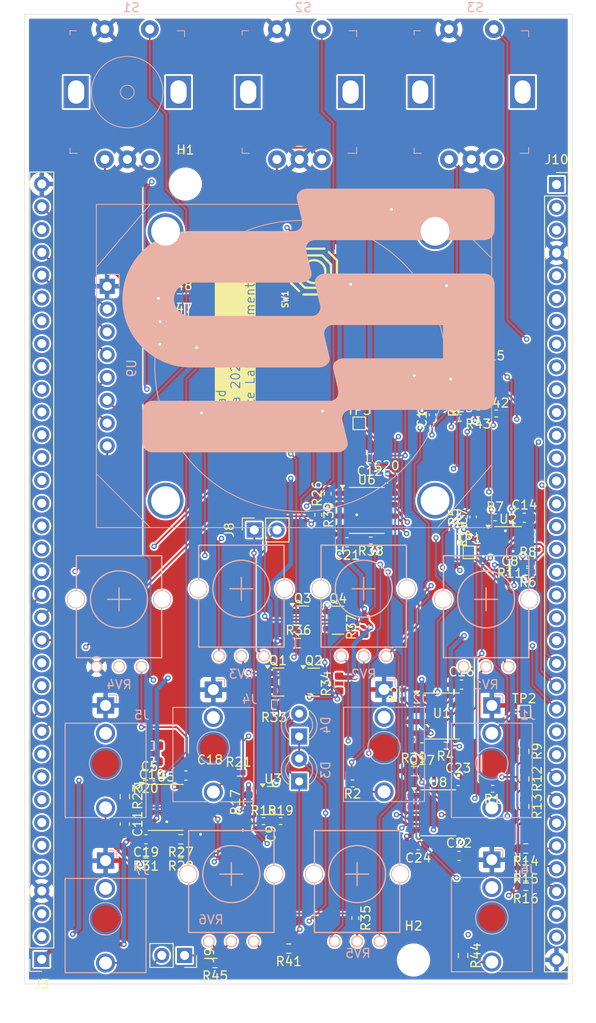
<source format=kicad_pcb>
(kicad_pcb (version 20240108) (generator "pcbnew") (generator_version "8.0")
  (layers (0 "F.Cu" signal) (1 "In1.Cu" signal) (2 "In2.Cu" signal) (31 "B.Cu" signal) (34 "B.Paste" user) (35 "F.Paste" user) (36 "B.SilkS" user "B.Silkscreen") (37 "F.SilkS" user "F.Silkscreen") (38 "B.Mask" user) (39 "F.Mask" user) (44 "Edge.Cuts" user))
  (net 0 "")
  (net 1 "GND")
  (net 2 "+12V")
  (net 3 "-12V")
  (net 4 "Net-(U2A--)")
  (net 5 "/CV0")
  (net 6 "/CV1")
  (net 7 "Net-(U2B--)")
  (net 8 "+5V")
  (net 9 "Net-(U5A--)")
  (net 10 "Net-(C10-Pad2)")
  (net 11 "Net-(U5A-+)")
  (net 12 "-5V")
  (net 13 "/CV2")
  (net 14 "Net-(U7A--)")
  (net 15 "/+3V3_SIG")
  (net 16 "Net-(D3-K)")
  (net 17 "Net-(D3-A)")
  (net 18 "Net-(U7B--)")
  (net 19 "/CV3")
  (net 20 "Net-(J3-Pin_12)")
  (net 21 "Net-(J3-Pin_29)")
  (net 22 "Net-(J10-Pin_25)")
  (net 23 "Net-(J3-Pin_18)")
  (net 24 "Net-(J1-PadT)")
  (net 25 "Net-(J2-PadT)")
  (net 26 "Net-(J3-Pin_31)")
  (net 27 "Net-(J3-Pin_15)")
  (net 28 "Net-(J3-Pin_20)")
  (net 29 "Net-(J3-Pin_26)")
  (net 30 "Net-(J3-Pin_17)")
  (net 31 "Net-(J3-Pin_14)")
  (net 32 "Net-(J10-Pin_23)")
  (net 33 "Net-(J10-Pin_24)")
  (net 34 "Net-(J3-Pin_30)")
  (net 35 "Net-(J3-Pin_13)")
  (net 36 "/CALIBRATE")
  (net 37 "Net-(J3-Pin_11)")
  (net 38 "Net-(J3-Pin_21)")
  (net 39 "Net-(J10-Pin_22)")
  (net 40 "Net-(J3-Pin_19)")
  (net 41 "Net-(J3-Pin_27)")
  (net 42 "Net-(J3-Pin_16)")
  (net 43 "Net-(J3-Pin_28)")
  (net 45 "Net-(J3-Pin_32)")
  (net 46 "+3.3V")
  (net 52 "Net-(J4-PadT)")
  (net 53 "Net-(J5-PadT)")
  (net 55 "Net-(J6-PadT)")
  (net 57 "Net-(J9-Pin_2)")
  (net 58 "Net-(J8-Pin_2)")
  (net 59 "Net-(J8-Pin_1)")
  (net 60 "Net-(J9-Pin_1)")
  (net 61 "Net-(Q1-C)")
  (net 62 "Net-(Q1-E)")
  (net 63 "Net-(Q1-B)")
  (net 64 "Net-(Q2-E)")
  (net 65 "Net-(Q3-E)")
  (net 66 "Net-(Q4-E)")
  (net 67 "Net-(R1-Pad2)")
  (net 68 "Net-(R2-Pad2)")
  (net 69 "Net-(U1A--)")
  (net 70 "Net-(R3-Pad2)")
  (net 71 "Net-(U1B--)")
  (net 72 "Net-(R4-Pad2)")
  (net 73 "Net-(R12-Pad2)")
  (net 74 "Net-(U3-REF)")
  (net 75 "Net-(R21-Pad2)")
  (net 76 "Net-(U4-REF)")
  (net 77 "Net-(R26-Pad2)")
  (net 78 "Net-(U6A--)")
  (net 79 "Net-(U5B--)")
  (net 80 "Net-(U8A-+)")
  (net 81 "Net-(R35-Pad2)")
  (net 82 "Net-(R38-Pad2)")
  (net 83 "Net-(U6B--)")
  (net 84 "Net-(R41-Pad2)")
  (net 85 "Net-(U8A--)")
  (net 86 "Net-(J10-Pin_28)")
  (net 87 "Net-(J10-Pin_30)")
  (net 90 "Net-(J10-Pin_32)")
  (net 93 "Net-(J10-Pin_31)")
  (net 97 "Net-(J10-Pin_29)")
  (net 99 "Net-(J10-Pin_27)")
  (footprint "Resistor_SMD:R_0603_1608Metric" (layer "F.Cu") (at 182.375 131.175 180)
    (property "Reference" "R29")
    (property "Value" "5.1k")
  )
  (footprint "TestPoint:TestPoint_Pad_1.0x1.0mm" (layer "F.Cu") (at 220.6 115.4)
    (property "Reference" "TP2")
    (property "Value" "5V reference")
  )
  (footprint "Resistor_SMD:R_0402_1005Metric" (layer "F.Cu") (at 217.49 82.2)
    (property "Reference" "R42")
    (property "Value" "100k")
  )
  (footprint "Resistor_SMD:R_0603_1608Metric" (layer "F.Cu") (at 220.775 130.65 180)
    (property "Reference" "R14")
    (property "Value" "33k")
  )
  (footprint "Capacitor_SMD:C_0603_1608Metric" (layer "F.Cu") (at 205.275 89.445)
    (property "Reference" "C20")
    (property "Value" "100n")
  )
  (footprint "Package_SO:SO-8_3.9x4.9mm_P1.27mm" (layer "F.Cu") (at 203.075 92.995)
    (property "Reference" "U6")
    (property "Value" "TL072")
  )
  (footprint "Capacitor_SMD:C_0603_1608Metric" (layer "F.Cu") (at 208.8 130.275 180)
    (property "Reference" "C24")
    (property "Value" "100n")
  )
  (footprint "Connector_PinSocket_2.54mm:PinSocket_1x02_P2.54mm_Vertical" (layer "F.Cu") (at 182.8 142.56 -90)
    (property "Reference" "J9")
    (property "Value" "Conn_01x02_Socket")
  )
  (footprint "Capacitor_SMD:C_0603_1608Metric" (layer "F.Cu") (at 213.35 131.475)
    (property "Reference" "C22")
    (property "Value" "470p")
  )
  (footprint "Package_TO_SOT_SMD:SOT-23" (layer "F.Cu") (at 192.6525 125.3)
    (property "Reference" "U3")
    (property "Value" "CJ431 SOT-23")
  )
  (footprint "Capacitor_SMD:C_0603_1608Metric" (layer "F.Cu") (at 182.95 122.525)
    (property "Reference" "C18")
    (property "Value" "100n")
  )
  (footprint "Capacitor_SMD:C_0603_1608Metric" (layer "F.Cu") (at 200.875 96.545 180)
    (property "Reference" "C21")
    (property "Value" "100n")
  )
  (footprint "Resistor_SMD:R_0402_1005Metric" (layer "F.Cu") (at 211.825 119.195001 180)
    (property "Reference" "R4")
    (property "Value" "100k")
  )
  (footprint "MountingHole:MountingHole_3.2mm_M3_DIN965" (layer "F.Cu") (at 208.28 143.07)
    (property "Reference" "H2")
    (property "Value" "MountingHole")
  )
  (footprint "Resistor_SMD:R_0603_1608Metric" (layer "F.Cu") (at 182.225 71.91)
    (property "Reference" "R47")
    (property "Value" "33k")
  )
  (footprint "Resistor_SMD:R_0603_1608Metric" (layer "F.Cu") (at 213.8 142.575 -90)
    (property "Reference" "R44")
    (property "Value" "1k")
  )
  (footprint "Package_TO_SOT_SMD:SOT-23" (layer "F.Cu") (at 213.810002 70.66)
    (property "Reference" "U4")
    (property "Value" "CJ431 SOT-23")
  )
  (footprint "Capacitor_SMD:C_0402_1005Metric" (layer "F.Cu") (at 219.0075 99.817499)
    (property "Reference" "C8")
    (property "Value" "1nF")
  )
  (footprint "Resistor_SMD:R_0603_1608Metric" (layer "F.Cu") (at 178.5 131.175 180)
    (property "Reference" "R31")
    (property "Value" "10k")
  )
  (footprint "Package_SO:SO-8_3.9x4.9mm_P1.27mm" (layer "F.Cu") (at 211.05 126.675)
    (property "Reference" "U8")
    (property "Value" "TL072")
  )
  (footprint "Package_TO_SOT_SMD:SOT-23" (layer "F.Cu") (at 199.8875 105.225)
    (property "Reference" "Q4")
    (property "Value" "MMBT3904")
  )
  (footprint "Capacitor_SMD:C_0603_1608Metric" (layer "F.Cu") (at 213.25 123.125)
    (property "Reference" "C23")
    (property "Value" "100n")
  )
  (footprint "Resistor_SMD:R_0603_1608Metric" (layer "F.Cu") (at 220.6 125.975 -90)
    (property "Reference" "R13")
    (property "Value" "33k")
  )
  (footprint "Package_SO:MSOP-8_3x3mm_P0.65mm" (layer "F.Cu") (at 218.8075 96.417499)
    (property "Reference" "U2")
    (property "Value" "MCP6002-xMS")
  )
  (footprint "Resistor_SMD:R_0603_1608Metric" (layer "F.Cu") (at 220.775 132.6 180)
    (property "Reference" "R15")
    (property "Value" "33k")
  )
  (footprint "Resistor_SMD:R_0402_1005Metric" (layer "F.Cu") (at 221.0075 98.817499)
    (property "Reference" "R8")
    (property "Value" "100k")
  )
  (footprint "Resistor_SMD:R_0402_1005Metric" (layer "F.Cu") (at 198.725 91.145 90)
    (property "Reference" "R26")
    (property "Value" "100k")
  )
  (footprint "Capacitor_SMD:C_0402_1005Metric" (layer "F.Cu") (at 210.4 82.35 90)
    (property "Reference" "C13")
    (property "Value" "1nF")
  )
  (footprint "Capacitor_SMD:C_0603_1608Metric" (layer "F.Cu") (at 179.2 119.2 180)
    (property "Reference" "C5")
    (property "Value" "4.7n")
  )
  (footprint "TestPoint:TestPoint_Pad_1.0x1.0mm" (layer "F.Cu") (at 214.5075 97.667499)
    (property "Reference" "TP1")
    (property "Value" "CVIn")
  )
  (footprint "Resistor_SMD:R_0402_1005Metric" (layer "F.Cu") (at 201.490001 123.4 180)
    (property "Reference" "R2")
    (property "Value" "100k")
  )
  (footprint "Connector_PinSocket_2.54mm:PinSocket_1x02_P2.54mm_Vertical" (layer "F.Cu") (at 190.55 95.175 90)
    (property "Reference" "J8")
    (property "Value" "Conn_01x02_Socket")
  )
  (footprint "Resistor_SMD:R_0603_1608Metric" (layer "F.Cu") (at 192.75 114.625 180)
    (property "Reference" "R33")
    (property "Value" "10k")
  )
  (footprint "Package_SO:MSOP-8_3x3mm_P0.65mm" (layer "F.Cu") (at 215.29 79.8)
    (property "Reference" "U7")
    (property "Value" "MCP6002-xMS")
  )
  (footprint "Resistor_SMD:R_0402_1005Metric" (layer "F.Cu") (at 219.0075 98.817499 180)
    (property "Reference" "R11")
    (property "Value" "33k")
  )
  (footprint "Resistor_SMD:R_0603_1608Metric" (layer "F.Cu") (at 220.6 122.899999 -90)
    (property "Reference" "R12")
    (property "Value" "33k")
  )
  (footprint "Resistor_SMD:R_0402_1005Metric" (layer "F.Cu") (at 201.8 138.4 -90)
    (property "Reference" "R35")
    (property "Value" "100k")
  )
  (footprint "Resistor_SMD:R_0402_1005Metric" (layer "F.Cu") (at 188.8 122.2)
    (property "Reference" "R21")
    (property "Value" "100k")
  )
  (footprint "Resistor_SMD:R_0402_1005Metric" (layer "F.Cu") (at 191.58 127.6)
    (property "Reference" "R18")
    (property "Value" "5.1k 1%")
  )
  (footprint "Capacitor_SMD:C_0603_1608Metric" (layer "F.Cu") (at 209.225 119.395001 180)
    (property "Reference" "C17")
    (property "Value" "100n")
  )
  (footprint "Capacitor_SMD:C_0603_1608Metric" (layer "F.Cu") (at 189.8 128.625 -90)
    (property "Reference" "C9")
    (property "Value" "10u")
  )
  (footprint "Capacitor_SMD:C_0402_1005Metric" (layer "F.Cu") (at 213.5 82.7)
    (property "Reference" "C25")
    (property "Value" "1nF")
  )
  (footprint "Resistor_SMD:R_0402_1005Metric" (layer "F.Cu") (at 216.310002 69.869999 90)
    (property "Reference" "R24")
    (property "Value" "5.1k 1%")
  )
  (footprint "Resistor_SMD:R_0402_1005Metric" (layer "F.Cu") (at 197.68 93.5 -90)
    (property "Reference" "R30")
    (property "Value" "100k")
  )
  (footprint "Resistor_SMD:R_0603_1608Metric" (layer "F.Cu") (at 195.475 107.775)
    (property "Reference" "R36")
    (property "Value" "10k")
  )
  (footprint "Resistor_SMD:R_0603_1608Metric" (layer "F.Cu") (at 178.45 122.525 180)
    (property "Reference" "R20")
    (property "Value" "1.3k")
  )
  (footprint "Resistor_SMD:R_0402_1005Metric" (layer "F.Cu") (at 203.525 96.345 180)
    (property "Reference" "R38")
    (property "Value" "100k")
  )
  (footprint "Resistor_SMD:R_0603_1608Metric" (layer "F.Cu") (at 176.15 124.875 -90)
    (property "Reference" "R23")
    (property "Value" "1.3k")
  )
  (footprint "Package_SO:SO-8_3.9x4.9mm_P1.27mm" (layer "F.Cu") (at 211.425 115.895001)
    (property "Reference" "U1")
    (property "Value" "TL072")
  )
  (footprint "Resistor_SMD:R_0402_1005Metric" (layer "F.Cu") (at 215.49 82.2 180)
    (property "Reference" "R43")
    (property "Value" "33k")
  )
  (footprint "Resistor_SMD:R_0603_1608Metric" (layer "F.Cu") (at 189.89 125.5 90)
    (property "Reference" "R17")
    (property "Value" "1.8, >24mW")
  )
  (footprint "Capacitor_SMD:C_0603_1608Metric" (layer "F.Cu") (at 179.15 120.975 180)
    (property "Reference" "C10")
    (property "Value" "4.7n")
  )
  (footprint "Connector_PinSocket_2.54mm:PinSocket_1x35_P2.54mm_Vertical" (layer "F.Cu") (at 224.2 56.7)
    (property "Reference" "J10")
    (property "Value" "ELI2040B 1")
  )
  (footprint "Resistor_SMD:R_0603_1608Metric" (layer "F.Cu") (at 200 112.275 90)
    (property "Reference" "R34")
    (property "Value" "10k")
  )
  (footprint "Capacitor_SMD:C_0402_1005Metric" (layer "F.Cu") (at 214.9075 93.717499 90)
    (property "Reference" "C7")
    (property "Value" "1nF")
  )
  (footprint "Capacitor_SMD:C_0603_1608Metric" (layer "F.Cu") (at 220.6075 93.817499)
    (property "Reference" "C14")
    (property "Value" "100n")
  )
  (footprint "Resistor_SMD:R_0402_1005Metric" (layer "F.Cu") (at 211.4 78.3 -90)
    (property "Reference" "R28")
    (property "Value" "100k")
  )
  (footprint "Capacitor_SMD:C_0603_1608Metric" (layer "F.Cu") (at 217.015 77.2)
    (property "Reference" "C15")
    (property "Value" "100n")
  )
  (footprint "Package_SO:SO-8_3.9x4.9mm_P1.27mm" (layer "F.Cu") (at 180.7 126.075)
    (property "Reference" "U5")
    (property "Value" "TL072")
  )
  (footprint "Resistor_SMD:R_0603_1608Metric" (layer "F.Cu") (at 220.775 134.8 180)
    (property "Reference" "R16")
    (property "Value" "33k")
  )
  (footprint "TestPoint:TestPoint_Pad_1.0x1.0mm" (layer "F.Cu") (at 202.25 83.3)
    (property "Reference" "TP3")
    (property "Value" "-5V Ref")
  )
  (footprint "Resistor_SMD:R_0402_1005Metric" (layer "F.Cu") (at 217.3575 93.767499)
    (property "Reference" "R7")
    (property "Value" "100k")
  )
  (footprint "emutelab:SW-SMD_4P-L5.1-W5.1-P3.70-LS6.5-TL-2" (layer "F.Cu") (at 197.2 66.4 90)
    (property "Reference" "SW1")
    (property "Value" "TS-1187A-B-A-B")
  )
  (footprint "Capacitor_SMD:C_0603_1608Metric" (layer "F.Cu") (at 203.4 87.2 180)
    (property "Reference" "C12")
    (property "Value" "10u")
  )
  (footprint "Resistor_SMD:R_0402_1005Metric" (layer "F.Cu") (at 214.9075 95.617499 90)
    (property "Reference" "R10")
    (property "Value" "33k")
  )
  (footprint "Capacitor_SMD:C_0603_1608Metric" (layer "F.Cu") (at 178.5 129.625 180)
    (property "Reference" "C19")
    (property "Value" "100n")
  )
  (footprint "Resistor_SMD:R_0402_1005Metric" (layer "F.Cu") (at 211.55 81.15 -90)
    (property "Reference" "R32")
    (property "Value" "33k")
  )
  (footprint "Resistor_SMD:R_0402_1005Metric" (layer "F.Cu") (at 213.9075 93.717499 90)
    (property "Reference" "R5")
    (property "Value" "100k")
  )
  (footprint "Capacitor_SMD:C_0603_1608Metric" (layer "F.Cu") (at 213.625 112.395001)
    (property "Reference" "C16")
    (property "Value" "100n")
  )
  (footprint "Resistor_SMD:R_0603_1608Metric" (layer "F.Cu") (at 202.8 105.975 90)
    (property "Reference" "R37")
    (property "Value" "10k")
  )
  (footprint "Resistor_SMD:R_0603_1608Metric" (layer "F.Cu") (at 182.225 74.42)
    (property "Reference" "R46")
    (property "Value" "33k")
  )
  (footprint "Resistor_SMD:R_0603_1608Metric" (layer "F.Cu") (at 182.225 69.4)
    (property "Reference" "R48")
    (property "Value" "33k")
  )
  (footprint "Resistor_SMD:R_0402_1005Metric" (layer "F.Cu") (at 207.125 113.495001 90)
    (property "Reference" "R3")
    (property "Value" "100k")
  )
  (footprint "Resistor_SMD:R_0603_1608Metric" (layer "F.Cu") (at 186.2 143.4 180)
    (property "Reference" "R45")
    (property "Value" "1k")
  )
  (footprint "Package_TO_SOT_SMD:SOT-23" (layer "F.Cu") (at 193.2 112.1125)
    (property "Reference" "Q1")
    (property "Value" "MMBT3906")
  )
  (footprint "Package_TO_SOT_SMD:SOT-23" (layer "F.Cu") (at 197.1625 112.125)
    (property "Reference" "Q2")
    (property "Value" "MMBT3904")
  )
  (footprint "Resistor_SMD:R_0402_1005Metric" (layer "F.Cu") (at 211.210002 69.86 -90)
    (property "Reference" "R25")
    (property "Value" "5.1k 1%")
  )
  (footprint "Resistor_SMD:R_0603_1608Metric" (layer "F.Cu") (at 182.375 129.625 180)
    (property "Reference" "R27")
    (property "Value" "3.3k")
  )
  (footprint "Resistor_SMD:R_0402_1005Metric" (layer "F.Cu") (at 217.090001 124 180)
    (property "Reference" "R1")
    (property "Value" "100k")
  )
  (footprint "Resistor_SMD:R_0603_1608Metric" (layer "F.Cu") (at 220.6 119.825 -90)
    (property "Reference" "R9")
    (property "Value" "33k")
  )
  (footprint "Resistor_SMD:R_0402_1005Metric" (layer "F.Cu") (at 213.19 77.4)
    (property "Reference" "R40")
    (property "Value" "100k")
  )
  (footprint "Resistor_SMD:R_0603_1608Metric" (layer "F.Cu") (at 214.285002 68.16 180)
    (property "Reference" "R22")
    (property "Value" "4.7k")
  )
  (footprint "Connector_PinSocket_2.54mm:PinSocket_1x35_P2.54mm_Vertical" (layer "F.Cu") (at 166.9 143 180)
    (property "Reference" "J3")
    (property "Value" "ELI2040B 1")
  )
  (footprint "Resistor_SMD:R_0603_1608Metric" (layer "F.Cu") (at 208.3 122.025)
    (property "Reference" "R39")
    (property "Value" "1k")
  )
  (footprint "Capacitor_SMD:C_0603_1608Metric" (layer "F.Cu") (at 176.15 127.925 -90)
    (property "Reference" "C11")
    (property "Value" "4.7n")
  )
  (footprint "Package_TO_SOT_SMD:SOT-23" (layer "F.Cu") (at 195.95 105.2)
    (property "Reference" "Q3")
    (property "Value" "MMBT3906")
  )
  (footprint "Resistor_SMD:R_0402_1005Metric" (layer "F.Cu") (at 193.49 127.6)
    (property "Reference" "R19")
    (property "Value" "5.1k 1%")
  )
  (footprint "Resistor_SMD:R_0402_1005Metric" (layer "F.Cu") (at 221.0075 99.817499 180)
    (property "Reference" "R6")
    (property "Value" "100k")
  )
  (footprint "MountingHole:MountingHole_3.2mm_M3_DIN965" (layer "F.Cu") (at 182.88 56.65)
    (property "Reference" "H1")
    (property "Value" "MountingHole")
  )
  (footprint "Resistor_SMD:R_0603_1608Metric" (layer "F.Cu") (at 194.4 141.8 180)
    (property "Reference" "R41")
    (property "Value" "560")
  )
  (footprint "Eurocad:Alpha9mmPot" (layer "B.Cu") (at 188 133.5 180)
    (property "Reference" "RV6")
    (property "Value" "A100k")
  )
  (footprint "Connector_Audio:Jack_3.5mm_QingPu_WQP-PJ398SM_Vertical_CircularHoles" (layer "B.Cu") (at 186 112.96 180)
    (property "Reference" "J4")
    (property "Value" "CV In 3")
  )
  (footprint "digikey-footprints:Rotary_Encoder_Switched_PEC11R" (layer "B.Cu") (at 182.125 46.4 180)
    (property "Reference" "S1")
    (property "Value" "PEC11R-4215F-S0024")
  )
  (footprint "Eurocad:Alpha9mmPot" (layer "B.Cu") (at 189.12 101.72 180)
    (property "Reference" "RV3")
    (property "Value" "100k")
  )
  (footprint "Connector_Audio:Jack_3.5mm_QingPu_WQP-PJ398SM_Vertical_CircularHoles" (layer "B.Cu") (at 217 114.72 180)
    (property "Reference" "J1")
    (property "Value" "CV In 1")
  )
  (footprint "LED_THT:LED_D3.0mm_Clear" (layer "B.Cu") (at 195.55 123.175 90)
    (property "Reference" "D3")
    (property "Value" "LED")
  )
  (footprint "digikey-footprints:Rotary_Encoder_Switched_PEC11R" (layer "B.Cu") (at 201.275 46.4 180)
    (property "Reference" "S2")
    (property "Value" "PEC11R-4215F-S0024")
  )
  (footprint "Eurocad:Alpha9mmPot" (layer "B.Cu") (at 175.5 102.9 180)
    (property "Reference" "RV4")
    (property "Value" "100k")
  )
  (footprint "LED_THT:LED_D3.0mm_Clear" (layer "B.Cu") (at 195.55 118.175 90)
    (property "Reference" "D4")
    (property "Value" "LED")
  )
  (footprint "Eurocad:Alpha9mmPot" (layer "B.Cu") (at 202 133.5 180)
    (property "Reference" "RV5")
    (property "Value" "100k")
  )
  (footprint "Connector_Audio:Jack_3.5mm_QingPu_WQP-PJ398SM_Vertical_CircularHoles" (layer "B.Cu") (at 174 132 180)
    (property "Reference" "J7")
    (property "Value" "Shaped Out")
  )
  (footprint "emutelab:Round TFT 240x240" (layer "B.Cu") (at 172.98 76.91 -90)
    (property "Reference" "U9")
    (property "Value" "~")
  )
  (footprint "Eurocad:Alpha9mmPot" (layer "B.Cu") (at 202.74 101.72 180)
    (property "Reference" "RV2")
    (property "Value" "100k")
  )
  (footprint "Connector_Audio:Jack_3.5mm_QingPu_WQP-PJ398SM_Vertical_CircularHoles" (layer "B.Cu") (at 217 131.9 180)
    (property "Reference" "J6")
    (property "Value" "Clean Out")
  )
  (footprint "digikey-footprints:Rotary_Encoder_Switched_PEC11R" (layer "B.Cu") (at 220.425 46.4 180)
    (property "Reference" "S3")
    (property "Value" "PEC11R-4215F-S0024")
  )
  (footprint "Connector_Audio:Jack_3.5mm_QingPu_WQP-PJ398SM_Vertical_CircularHoles" (layer "B.Cu") (at 205 112.94 180)
    (property "Reference" "J2")
    (property "Value" "CV In 2")
  )
  (footprint "Eurocad:Alpha9mmPot" (layer "B.Cu") (at 216.36 102.9 180)
    (property "Reference" "RV1")
    (property "Value" "100k")
  )
  (footprint "Connector_Audio:Jack_3.5mm_QingPu_WQP-PJ398SM_Vertical_CircularHoles" (layer "B.Cu") (at 174 114.72 180)
    (property "Reference" "J5")
    (property "Value" "CV In 4")
  )
  (gr_poly (pts (xy 196.38 57.16) (xy 196.320978 57.164383) (xy 196.26207 57.171604) (xy 196.203431 57.181591) (xy 196.145214 57.194277) (xy 196.087573 57.20959) (xy 196.030663 57.227461) (xy 195.974638 57.24782) (xy 195.919651 57.270598) (xy 195.865858 57.295724) (xy 195.813411 57.323129) (xy 195.762465 57.352744) (xy 195.713174 57.384497) (xy 195.665692 57.418321) (xy 195.620172 57.454144) (xy 195.576771 57.491898) (xy 195.53564 57.531512) (xy 195.496934 57.572916) (xy 195.460808 57.616041) (xy 195.427415 57.660818) (xy 195.39691 57.707175) (xy 195.369446 57.755044) (xy 195.345178 57.804355) (xy 195.324259 57.855038) (xy 195.306844 57.907024) (xy 195.293086 57.960241) (xy 195.283141 58.014622) (xy 195.277161 58.070095) (xy 195.275301 58.126591) (xy 195.277715 58.184041) (xy 195.284557 58.242375) (xy 195.295981 58.301523) (xy 195.86748 60.747596) (xy 195.875982 60.80591) (xy 195.881435 60.863477) (xy 195.8839 60.920225) (xy 195.883437 60.976081) (xy 195.880107 61.030973) (xy 195.873968 61.084828) (xy 195.865081 61.137575) (xy 195.853507 61.18914) (xy 195.839305 61.239451) (xy 195.822535 61.288436) (xy 195.803257 61.336023) (xy 195.781532 61.382138) (xy 195.75742 61.42671) (xy 195.73098 61.469666) (xy 195.702273 61.510934) (xy 195.671359 61.550441) (xy 195.638297 61.588114) (xy 195.603149 61.623882) (xy 195.565973 61.657672) (xy 195.526831 61.689411) (xy 195.485782 61.719028) (xy 195.442885 61.746449) (xy 195.398203 61.771602) (xy 195.351793 61.794415) (xy 195.303717 61.814816) (xy 195.254035 61.832731) (xy 195.202806 61.848089) (xy 195.15009 61.860817) (xy 195.095948 61.870843) (xy 195.040441 61.878094) (xy 194.983627 61.882497) (xy 194.925566 61.883981) (xy 183.467784 61.883981) (xy 183.077372 61.893889) (xy 182.692023 61.92329) (xy 182.312217 61.971704) (xy 181.938434 62.038649) (xy 181.571155 62.123643) (xy 181.210862 62.226204) (xy 180.858035 62.345852) (xy 180.513155 62.482105) (xy 180.176703 62.63448) (xy 179.849159 62.802497) (xy 179.531005 62.985674) (xy 179.222721 63.183529) (xy 178.924788 63.395582) (xy 178.637687 63.621349) (xy 178.361899 63.86035) (xy 178.097904 64.112103) (xy 177.846184 64.376127) (xy 177.607219 64.651939) (xy 177.38149 64.93906) (xy 177.169478 65.237006) (xy 176.971664 65.545296) (xy 176.788529 65.863449) (xy 176.620553 66.190984) (xy 176.468217 66.527418) (xy 176.332002 66.87227) (xy 176.21239 67.225059) (xy 176.10986 67.585302) (xy 176.024893 67.952519) (xy 175.957971 68.326228) (xy 175.909574 68.705947) (xy 175.880184 69.091195) (xy 175.87028 69.481491) (xy 175.880188 69.871782) (xy 175.909589 70.257019) (xy 175.958003 70.63672) (xy 176.024948 71.010405) (xy 176.109942 71.377592) (xy 176.212503 71.737801) (xy 176.332151 72.090549) (xy 176.468404 72.435357) (xy 176.620779 72.771743) (xy 176.788796 73.099225) (xy 176.971973 73.417324) (xy 177.169828 73.725557) (xy 177.38188 74.023444) (xy 177.607648 74.310504) (xy 177.846649 74.586256) (xy 178.098402 74.850217) (xy 178.362425 75.101909) (xy 178.638238 75.340848) (xy 178.925358 75.566555) (xy 179.223304 75.778548) (xy 179.531594 75.976347) (xy 179.849747 76.159469) (xy 180.177281 76.327434) (xy 180.513715 76.479761) (xy 180.858567 76.615969) (xy 181.211355 76.735577) (xy 181.571598 76.838103) (xy 181.938815 76.923067) (xy 182.312523 76.989988) (xy 182.692242 77.038384) (xy 183.077489 77.067774) (xy 183.467784 77.077678) (xy 197.784388 77.077678) (xy 197.843375 77.076205) (xy 197.902408 77.071833) (xy 197.961333 77.064629) (xy 198.019995 77.054664) (xy 198.078239 77.042006) (xy 198.135911 77.026725) (xy 198.192856 77.008889) (xy 198.248919 76.988567) (xy 198.303945 76.965829) (xy 198.35778 76.940743) (xy 198.410268 76.913379) (xy 198.461255 76.883806) (xy 198.510587 76.852092) (xy 198.558107 76.818306) (xy 198.603662 76.782519) (xy 198.647097 76.744798) (xy 198.688257 76.705213) (xy 198.726986 76.663833) (xy 198.763132 76.620727) (xy 198.796537 76.575963) (xy 198.827049 76.529612) (xy 198.854512 76.481741) (xy 198.87877 76.432421) (xy 198.899671 76.381719) (xy 198.917058 76.329706) (xy 198.930776 76.276449) (xy 198.940672 76.222019) (xy 198.94659 76.166484) (xy 198.948376 76.109913) (xy 198.945874 76.052376) (xy 198.93893 75.993941) (xy 198.92739 75.934677) (xy 198.357215 73.493892) (xy 198.348473 73.435331) (xy 198.342794 73.377516) (xy 198.34012 73.320522) (xy 198.340389 73.264421) (xy 198.343541 73.209286) (xy 198.349517 73.15519) (xy 198.358257 73.102205) (xy 198.369699 73.050406) (xy 198.383786 72.999864) (xy 198.400455 72.950652) (xy 198.419647 72.902844) (xy 198.441302 72.856513) (xy 198.46536 72.811731) (xy 198.491762 72.768571) (xy 198.520446 72.727106) (xy 198.551352 72.687409) (xy 198.584422 72.649554) (xy 198.619594 72.613612) (xy 198.656808 72.579657) (xy 198.696005 72.547761) (xy 198.737124 72.517998) (xy 198.780106 72.490441) (xy 198.82489 72.465162) (xy 198.871416 72.442235) (xy 198.919624 72.421732) (xy 198.969454 72.403726) (xy 199.020846 72.38829) (xy 199.07374 72.375497) (xy 199.128075 72.36542) (xy 199.183793 72.358132) (xy 199.240832 72.353706) (xy 199.299132 72.352214) (xy 211.566539 72.352214) (xy 211.566539 76.064319) (xy 200.475207 76.064319) (xy 200.416225 76.065796) (xy 200.357202 76.070179) (xy 200.298294 76.0774) (xy 200.239655 76.087388) (xy 200.181438 76.100073) (xy 200.123797 76.115386) (xy 200.066888 76.133257) (xy 200.010862 76.153617) (xy 199.955876 76.176394) (xy 199.902082 76.201521) (xy 199.849635 76.228926) (xy 199.798689 76.258541) (xy 199.749398 76.290295) (xy 199.701916 76.324118) (xy 199.656397 76.359942) (xy 199.612995 76.397696) (xy 199.571864 76.437309) (xy 199.533159 76.478714) (xy 199.497033 76.521839) (xy 199.46364 76.566616) (xy 199.433134 76.612974) (xy 199.40567 76.660843) (xy 199.381402 76.710154) (xy 199.360483 76.760837) (xy 199.343068 76.812822) (xy 199.329311 76.86604) (xy 199.319365 76.92042) (xy 199.313385 76.975893) (xy 199.311525 77.03239) (xy 199.313939 77.08984) (xy 199.320781 77.148173) (xy 199.332206 77.207321) (xy 199.903704 79.653392) (xy 199.91221 79.711706) (xy 199.917674 79.769273) (xy 199.920156 79.826021) (xy 199.919716 79.881877) (xy 199.916413 79.936769) (xy 199.910305 79.990625) (xy 199.901454 80.043372) (xy 199.889917 80.094937) (xy 199.875754 80.145248) (xy 199.859025 80.194234) (xy 199.839788 80.24182) (xy 199.818104 80.287936) (xy 199.794032 80.332508) (xy 199.767631 80.375464) (xy 199.738959 80.416731) (xy 199.708078 80.456238) (xy 199.675045 80.493912) (xy 199.639921 80.52968) (xy 199.602764 80.56347) (xy 199.563634 80.595209) (xy 199.522591 80.624826) (xy 199.479693 80.652247) (xy 199.435001 80.6774) (xy 199.388573 80.700213) (xy 199.340468 80.720614) (xy 199.290747 80.738529) (xy 199.239468 80.753887) (xy 199.186691 80.766615) (xy 199.132475 80.776641) (xy 199.076879 80.783892) (xy 199.019964 80.788295) (xy 198.961787 80.789779) (xy 179.229167 80.789779) (xy 179.17048 80.791271) (xy 179.112542 80.795697) (xy 179.055425 80.802986) (xy 178.999202 80.813065) (xy 178.943947 80.82586) (xy 178.889734 80.841299) (xy 178.836636 80.85931) (xy 178.784725 80.87982) (xy 178.734077 80.902756) (xy 178.684763 80.928046) (xy 178.636858 80.955616) (xy 178.590434 80.985395) (xy 178.545566 81.017309) (xy 178.502326 81.051286) (xy 178.460788 81.087253) (xy 178.421025 81.125138) (xy 178.383111 81.164867) (xy 178.347119 81.206369) (xy 178.313123 81.24957) (xy 178.281195 81.294398) (xy 178.25141 81.340781) (xy 178.223841 81.388644) (xy 178.19856 81.437917) (xy 178.175642 81.488526) (xy 178.15516 81.540398) (xy 178.137187 81.593461) (xy 178.121797 81.647642) (xy 178.109063 81.702869) (xy 178.099058 81.759068) (xy 178.091856 81.816168) (xy 178.08753 81.874095) (xy 178.086154 81.932777) (xy 178.086154 85.38824) (xy 178.087649 85.446806) (xy 178.092087 85.504632) (xy 178.099393 85.561644) (xy 178.109494 85.61777) (xy 178.122316 85.672935) (xy 178.137788 85.727067) (xy 178.155834 85.780091) (xy 178.176381 85.831935) (xy 178.199357 85.882526) (xy 178.224688 85.931789) (xy 178.2523 85.979651) (xy 178.28212 86.02604) (xy 178.314074 86.070881) (xy 178.34809 86.114102) (xy 178.384093 86.155628) (xy 178.422011 86.195386) (xy 178.46177 86.233304) (xy 178.503296 86.269307) (xy 178.546517 86.303323) (xy 178.591358 86.335277) (xy 178.637747 86.365097) (xy 178.68561 86.392709) (xy 178.734873 86.418039) (xy 178.785464 86.441015) (xy 178.837308 86.461562) (xy 178.890333 86.479608) (xy 178.944464 86.49508) (xy 178.99963 86.507902) (xy 179.055755 86.518003) (xy 179.112768 86.525309) (xy 179.170593 86.529746) (xy 179.229159 86.531242) (xy 199.80448 86.531242) (xy 199.804978 86.531227) (xy 199.805477 86.531185) (xy 199.80598 86.53112) (xy 199.806488 86.531035) (xy 199.80753 86.530823) (xy 199.808618 86.53058) (xy 199.809767 86.530337) (xy 199.81037 86.530225) (xy 199.810994 86.530125) (xy 199.811642 86.53004) (xy 199.812314 86.529975) (xy 199.813014 86.529933) (xy 199.813742 86.529918) (xy 199.872345 86.527976) (xy 199.930974 86.523187) (xy 199.989477 86.515618) (xy 200.047702 86.505336) (xy 200.105497 86.492409) (xy 200.16271 86.476904) (xy 200.219188 86.458889) (xy 200.274779 86.438431) (xy 200.329332 86.415596) (xy 200.382694 86.390454) (xy 200.434713 86.36307) (xy 200.485237 86.333512) (xy 200.534114 86.301848) (xy 200.581191 86.268145) (xy 200.626317 86.23247) (xy 200.66934 86.19489) (xy 200.710107 86.155473) (xy 200.748466 86.114287) (xy 200.784265 86.071398) (xy 200.817352 86.026874) (xy 200.847575 85.980783) (xy 200.874782 85.933191) (xy 200.89882 85.884166) (xy 200.919538 85.833775) (xy 200.936783 85.782086) (xy 200.950403 85.729166) (xy 200.960247 85.675082) (xy 200.966161 85.619902) (xy 200.967994 85.563692) (xy 200.965594 85.506521) (xy 200.958809 85.448456) (xy 200.947486 85.389564) (xy 200.947486 85.38824) (xy 200.375983 82.944816) (xy 200.367361 82.886378) (xy 200.361795 82.828687) (xy 200.359225 82.771816) (xy 200.359591 82.715838) (xy 200.362833 82.660824) (xy 200.368891 82.606848) (xy 200.377704 82.553982) (xy 200.389212 82.5023) (xy 200.403357 82.451873) (xy 200.420076 82.402775) (xy 200.439311 82.355078) (xy 200.461001 82.308855) (xy 200.485087 82.264178) (xy 200.511507 82.22112) (xy 200.540203 82.179754) (xy 200.571113 82.140152) (xy 200.604179 82.102387) (xy 200.639339 82.066533) (xy 200.676534 82.03266) (xy 200.715704 82.000843) (xy 200.756788 81.971153) (xy 200.799727 81.943664) (xy 200.844461 81.918448) (xy 200.890929 81.895578) (xy 200.939071 81.875127) (xy 200.988827 81.857166) (xy 201.040138 81.841769) (xy 201.092942 81.829009) (xy 201.147181 81.818958) (xy 201.202794 81.811688) (xy 201.25972 81.807273) (xy 201.3179 81.805786) (xy 216.164992 81.805786) (xy 216.223558 81.80429) (xy 216.281384 81.799853) (xy 216.338396 81.792547) (xy 216.394521 81.782446) (xy 216.449687 81.769623) (xy 216.503818 81.754152) (xy 216.556843 81.736106) (xy 216.608687 81.715558) (xy 216.659277 81.692582) (xy 216.708541 81.667252) (xy 216.756403 81.63964) (xy 216.802792 81.60982) (xy 216.847633 81.577865) (xy 216.890853 81.54385) (xy 216.93238 81.507846) (xy 216.972138 81.469929) (xy 217.010056 81.43017) (xy 217.046059 81.388644) (xy 217.080075 81.345423) (xy 217.112029 81.300582) (xy 217.141849 81.254194) (xy 217.169461 81.206331) (xy 217.194791 81.157068) (xy 217.217767 81.106477) (xy 217.238314 81.054633) (xy 217.25636 81.001609) (xy 217.271831 80.947477) (xy 217.284654 80.892312) (xy 217.294755 80.836187) (xy 217.302061 80.779175) (xy 217.306498 80.72135) (xy 217.307994 80.662784) (xy 217.307994 67.753765) (xy 217.306498 67.695199) (xy 217.302061 67.637374) (xy 217.294755 67.580362) (xy 217.284654 67.524236) (xy 217.271831 67.469071) (xy 217.25636 67.41494) (xy 217.238314 67.361915) (xy 217.217767 67.310071) (xy 217.194791 67.259481) (xy 217.169461 67.210218) (xy 217.141849 67.162355) (xy 217.112029 67.115967) (xy 217.080075 67.071125) (xy 217.046059 67.027905) (xy 217.010056 66.986379) (xy 216.972138 66.94662) (xy 216.93238 66.908702) (xy 216.890853 66.872699) (xy 216.847633 66.838683) (xy 216.802792 66.806729) (xy 216.756403 66.776909) (xy 216.708541 66.749297) (xy 216.659277 66.723966) (xy 216.608687 66.700991) (xy 216.556843 66.680443) (xy 216.503818 66.662397) (xy 216.449687 66.646926) (xy 216.394521 66.634103) (xy 216.338396 66.624002) (xy 216.281384 66.616696) (xy 216.223558 66.612259) (xy 216.164992 66.610763) (xy 198.459079 66.610763) (xy 198.400096 66.61224) (xy 198.341074 66.616623) (xy 198.282166 66.623844) (xy 198.223526 66.633832) (xy 198.165309 66.646517) (xy 198.107669 66.66183) (xy 198.050759 66.679701) (xy 197.994734 66.70006) (xy 197.939747 66.722838) (xy 197.885954 66.747965) (xy 197.833507 66.77537) (xy 197.782561 66.804985) (xy 197.733269 66.836739) (xy 197.685787 66.870562) (xy 197.640268 66.906386) (xy 197.596866 66.944139) (xy 197.555736 66.983753) (xy 197.51703 67.025158) (xy 197.480904 67.068283) (xy 197.447511 67.11306) (xy 197.417006 67.159418) (xy 197.389542 67.207287) (xy 197.365273 67.256598) (xy 197.344355 67.307281) (xy 197.32694 67.359266) (xy 197.313182 67.412484) (xy 197.303236 67.466864) (xy 197.297257 67.522337) (xy 197.295397 67.578834) (xy 197.297811 67.636284) (xy 197.304653 67.694617) (xy 197.316077 67.753765) (xy 197.887576 70.199836) (xy 197.896078 70.25815) (xy 197.901532 70.315717) (xy 197.903997 70.372465) (xy 197.903534 70.428321) (xy 197.900204 70.483213) (xy 197.894065 70.537069) (xy 197.885179 70.589815) (xy 197.873604 70.64138) (xy 197.859402 70.691692) (xy 197.842632 70.740677) (xy 197.823355 70.788263) (xy 197.80163 70.834378) (xy 197.777517 70.87895) (xy 197.751078 70.921906) (xy 197.72237 70.963174) (xy 197.691456 71.00268) (xy 197.658395 71.040354) (xy 197.623246 71.076122) (xy 197.58607 71.109911) (xy 197.546928 71.141651) (xy 197.505878 71.171267) (xy 197.462982 71.198688) (xy 197.418299 71.223841) (xy 197.37189 71.246654) (xy 197.323813 71.267054) (xy 197.274131 71.28497) (xy 197.222902 71.300328) (xy 197.170186 71.313055) (xy 197.116044 71.323081) (xy 197.060536 71.330332) (xy 197.003722 71.334735) (xy 196.945662 71.336219) (xy 183.470431 71.336219) (xy 183.375018 71.333797) (xy 183.280847 71.32661) (xy 183.188033 71.314775) (xy 183.096696 71.29841) (xy 183.006952 71.277634) (xy 182.918917 71.252565) (xy 182.83271 71.22332) (xy 182.748448 71.190017) (xy 182.666248 71.152774) (xy 182.586227 71.11171) (xy 182.508503 71.066942) (xy 182.433192 71.018588) (xy 182.360412 70.966767) (xy 182.29028 70.911595) (xy 182.222913 70.853192) (xy 182.158429 70.791675) (xy 182.096945 70.727162) (xy 182.038578 70.659771) (xy 181.983445 70.58962) (xy 181.931663 70.516827) (xy 181.883351 70.44151) (xy 181.838624 70.363786) (xy 181.797601 70.283775) (xy 181.760398 70.201593) (xy 181.727133 70.11736) (xy 181.697923 70.031192) (xy 181.672885 69.943207) (xy 181.652137 69.853525) (xy 181.635795 69.762262) (xy 181.623977 69.669537) (xy 181.616801 69.575467) (xy 181.614383 69.480171) (xy 181.616805 69.384758) (xy 181.623992 69.290587) (xy 181.635827 69.197774) (xy 181.652192 69.106436) (xy 181.672968 69.016692) (xy 181.698038 68.928658) (xy 181.727283 68.842451) (xy 181.760586 68.758189) (xy 181.797829 68.675989) (xy 181.838893 68.595968) (xy 181.883662 68.518243) (xy 181.932015 68.442932) (xy 181.983837 68.370151) (xy 182.039009 68.300019) (xy 182.097412 68.232652) (xy 182.15893 68.168168) (xy 182.223443 68.106684) (xy 182.290834 68.048316) (xy 182.360985 67.993183) (xy 182.433778 67.941401) (xy 182.509096 67.893089) (xy 182.586819 67.848362) (xy 182.66683 67.807338) (xy 182.749012 67.770135) (xy 182.833245 67.73687) (xy 182.919413 67.70766) (xy 183.007397 67.682622) (xy 183.097079 67.661873) (xy 183.188342 67.645531) (xy 183.281067 67.633713) (xy 183.375136 67.626537) (xy 183.470431 67.624118) (xy 195.769587 67.624118) (xy 195.828573 67.622642) (xy 195.887606 67.618258) (xy 195.946531 67.611038) (xy 196.005193 67.60105) (xy 196.063437 67.588364) (xy 196.121109 67.573051) (xy 196.178054 67.55518) (xy 196.234117 67.534821) (xy 196.289143 67.512043) (xy 196.342977 67.486917) (xy 196.395466 67.459511) (xy 196.446453 67.429897) (xy 196.495784 67.398143) (xy 196.543305 67.364319) (xy 196.58886 67.328496) (xy 196.632294 67.290742) (xy 196.673454 67.251128) (xy 196.712184 67.209723) (xy 196.748329 67.166598) (xy 196.781735 67.121822) (xy 196.812247 67.075464) (xy 196.83971 67.027595) (xy 196.863969 66.978284) (xy 196.884869 66.927601) (xy 196.902256 66.875615) (xy 196.915975 66.822398) (xy 196.925871 66.768017) (xy 196.931789 66.712544) (xy 196.933575 66.656048) (xy 196.931073 66.598598) (xy 196.924129 66.540264) (xy 196.912589 66.481117) (xy 196.34241 64.040334) (xy 196.333668 63.981772) (xy 196.32799 63.923958) (xy 196.325315 63.866964) (xy 196.325584 63.810862) (xy 196.328737 63.755727) (xy 196.334713 63.701631) (xy 196.343452 63.648647) (xy 196.354895 63.596847) (xy 196.368981 63.546305) (xy 196.385651 63.497094) (xy 196.404843 63.449286) (xy 196.426498 63.402954) (xy 196.450557 63.358172) (xy 196.476958 63.315012) (xy 196.505642 63.273547) (xy 196.536549 63.233851) (xy 196.569618 63.195995) (xy 196.60479 63.160053) (xy 196.642005 63.126098) (xy 196.681202 63.094203) (xy 196.722321 63.06444) (xy 196.765303 63.036883) (xy 196.810086 63.011604) (xy 196.856612 62.988677) (xy 196.90482 62.968174) (xy 196.95465 62.950168) (xy 197.006042 62.934732) (xy 197.058936 62.921939) (xy 197.113271 62.911862) (xy 197.168988 62.904574) (xy 197.226027 62.900148) (xy 197.284327 62.898656) (xy 216.164992 62.898656) (xy 216.223558 62.897161) (xy 216.281384 62.892724) (xy 216.338396 62.885418) (xy 216.394521 62.875317) (xy 216.449687 62.862494) (xy 216.503818 62.847023) (xy 216.556843 62.828977) (xy 216.608687 62.808429) (xy 216.659277 62.785454) (xy 216.708541 62.760123) (xy 216.756403 62.732511) (xy 216.802792 62.702692) (xy 216.847633 62.670737) (xy 216.890853 62.636722) (xy 216.93238 62.600719) (xy 216.972138 62.562801) (xy 217.010056 62.523043) (xy 217.046059 62.481516) (xy 217.080075 62.438296) (xy 217.112029 62.393455) (xy 217.141849 62.347066) (xy 217.169461 62.299204) (xy 217.194791 62.249941) (xy 217.217767 62.199351) (xy 217.238314 62.147506) (xy 217.25636 62.094482) (xy 217.271831 62.04035) (xy 217.284654 61.985185) (xy 217.294755 61.92906) (xy 217.302061 61.872048) (xy 217.306498 61.814222) (xy 217.307994 61.755657) (xy 217.307994 58.301523) (xy 217.306498 58.242957) (xy 217.302061 58.185132) (xy 217.294755 58.128119) (xy 217.284654 58.071994) (xy 217.271831 58.016829) (xy 217.25636 57.962697) (xy 217.238314 57.909673) (xy 217.217767 57.857829) (xy 217.194791 57.807239) (xy 217.169461 57.757976) (xy 217.141849 57.710113) (xy 217.112029 57.663725) (xy 217.080075 57.618883) (xy 217.046059 57.575663) (xy 217.010056 57.534137) (xy 216.972138 57.494378) (xy 216.93238 57.456461) (xy 216.890853 57.420458) (xy 216.847633 57.386442) (xy 216.802792 57.354488) (xy 216.756403 57.324668) (xy 216.708541 57.297056) (xy 216.659277 57.271726) (xy 216.608687 57.24875) (xy 216.556843 57.228203) (xy 216.503818 57.210157) (xy 216.449687 57.194685) (xy 216.394521 57.181863) (xy 216.338396 57.171762) (xy 216.281384 57.164456) (xy 216.223558 57.160019) (xy 216.164992 57.158523) (xy 196.438983 57.158523)) (stroke (width -0.000001)) (fill solid) (layer "B.SilkS"))
  (gr_rect (start 164.98324 37.735) (end 225.94324 145.735) (stroke (width 0.05)) (fill none) (layer "Edge.Cuts"))
  (gr_text "Myriad\nv0.1a 2024\nEmute Lab Instruments" (at 190.67 84.38 90) (layer "F.SilkS" knockout) (effects (font (size 1 1) (thickness 0.1)) (justify left bottom)))
  (segment (start 216.695 96.742499) (end 217.425956 96.742499) (width 0.2) (layer "F.Cu") (net 1))
  (segment (start 211.632501 70.369999) (end 212.872502 71.61) (width 0.2) (layer "F.Cu") (net 1))
  (segment (start 219.517501 97.392499) (end 219.37 97.54) (width 0.2) (layer "F.Cu") (net 1))
  (segment (start 201.97 93.48) (end 201.82 93.63) (width 0.2) (layer "F.Cu") (net 1))
  (segment (start 218.5075 95.660955) (end 218.5075 95.267499) (width 0.2) (layer "F.Cu") (net 1))
  (segment (start 216.695 97.392499) (end 216.695 96.742499) (width 0.2) (layer "F.Cu") (net 1))
  (segment (start 216.695 97.479999) (end 216.0575 98.117499) (width 0.2) (layer "F.Cu") (net 1))
  (segment (start 183.2 129.625) (end 184.025 129.625) (width 0.2) (layer "F.Cu") (net 1))
  (segment (start 220.92 97.392499) (end 219.517501 97.392499) (width 0.2) (layer "F.Cu") (net 1))
  (segment (start 217.425956 96.742499) (end 218.5075 95.660955) (width 0.2) (layer "F.Cu") (net 1))
  (segment (start 201.82 93.63) (end 200.5 93.63) (width 0.2) (layer "F.Cu") (net 1))
  (segment (start 216.695 97.392499) (end 216.695 97.479999) (width 0.2) (layer "F.Cu") (net 1))
  (segment (start 211.210002 70.369999) (end 211.632501 70.369999) (width 0.2) (layer "F.Cu") (net 1))
  (segment (start 179.275 129.204998) (end 179.275 129.625) (width 0.2) (layer "F.Cu") (net 1))
  (segment (start 180.813528 127.66647) (end 179.275 129.204998) (width 0.2) (layer "F.Cu") (net 1))
  (segment (start 184.025 129.625) (end 184.575 129.075) (width 0.2) (layer "F.Cu") (net 1))
  (via (at 218.5075 95.267499) (size 0.6) (drill 0.3) (layers "F.Cu" "B.Cu") (net 1))
  (via (at 180.813528 127.66647) (size 0.6) (drill 0.3) (layers "F.Cu" "B.Cu") (net 1))
  (via (at 184.575 129.075) (size 0.6) (drill 0.3) (layers "F.Cu" "B.Cu") (net 1))
  (via (at 201.97 93.48) (size 0.6) (drill 0.3) (layers "F.Cu" "B.Cu") (net 1))
  (via (at 219.37 97.54) (size 0.6) (drill 0.3) (layers "F.Cu" "B.Cu") (net 1))
  (via (at 216.0575 98.117499) (size 0.6) (drill 0.3) (layers "F.Cu" "B.Cu") (net 1))
  (segment (start 214.4 112.395001) (end 214.4 113.590002) (width 0.5) (layer "F.Cu") (net 2))
  (segment (start 206.05 90.69) (end 205.65 91.09) (width 0.2) (layer "F.Cu") (net 2))
  (segment (start 205.534999 88.929999) (end 206.05 89.445) (width 0.5) (layer "F.Cu") (net 2))
  (segment (start 182.885 123.78) (end 183.275 124.17) (width 0.5) (layer "F.Cu") (net 2))
  (segment (start 214.4 113.590002) (end 214 113.990002) (width 0.5) (layer "F.Cu") (net 2))
  (segment (start 181.68 123.78) (end 182.885 123.78) (width 0.5) (layer "F.Cu") (net 2))
  (segment (start 194.425 107.55) (end 194.65 107.775) (width 0.5) (layer "F.Cu") (net 2))
  (segment (start 189.92 124.645) (end 189.89 124.675) (width 0.5) (layer "F.Cu") (net 2))
  (segment (start 193.06 115.6) (end 193.06 115.14) (width 0.5) (layer "F.Cu") (net 2))
  (segment (start 213.489998 113.990002) (end 214 113.990002) (width 0.5) (layer "F.Cu") (net 2))
  (segment (start 212.45 115.03) (end 213.489998 113.990002) (width 0.5) (layer "F.Cu") (net 2))
  (segment (start 214.025 124.37) (end 213.625 124.77) (width 0.5) (layer "F.Cu") (net 2))
  (segment (start 183.725 123.72) (end 183.275 124.17) (width 0.5) (layer "F.Cu") (net 2))
  (segment (start 189.92 123.56) (end 189.92 124.645) (width 0.5) (layer "F.Cu") (net 2))
  (segment (start 193.16 107.55) (end 194.425 107.55) (width 0.5) (layer "F.Cu") (net 2))
  (segment (start 213.298168 122.465254) (end 213.365254 122.465254) (width 0.5) (layer "F.Cu") (net 2))
  (segment (start 214.025 123.125) (end 214.025 124.37) (width 0.5) (layer "F.Cu") (net 2))
  (segment (start 206.05 89.445) (end 206.05 90.69) (width 0.2) (layer "F.Cu") (net 2))
  (segment (start 205.404489 88.929999) (end 205.534999 88.929999) (width 0.5) (layer "F.Cu") (net 2))
  (segment (start 193.06 115.14) (end 193.575 114.625) (width 0.5) (layer "F.Cu") (net 2))
  (segment (start 183.725 122.525) (end 183.725 123.72) (width 0.5) (layer "F.Cu") (net 2))
  (segment (start 213.365254 122.465254) (end 214.025 123.125) (width 0.5) (layer "F.Cu") (net 2))
  (via (at 205.83 59.47) (size 0.6) (drill 0.3) (layers "F.Cu" "B.Cu") (net 2))
  (via (at 189.92 123.56) (size 0.6) (drill 0.3) (layers "F.Cu" "B.Cu") (net 2))
  (via (at 193.06 115.6) (size 0.6) (drill 0.3) (layers "F.Cu" "B.Cu") (net 2))
  (via (at 212.45 115.03) (size 0.6) (drill 0.3) (layers "F.Cu" "B.Cu") (net 2))
  (via (at 192.97 123.36) (size 0.6) (drill 0.3) (layers "F.Cu" "B.Cu") (net 2))
  (via (at 194.62 89.43) (size 0.6) (drill 0.3) (layers "F.Cu" "B.Cu") (net 2))
  (via (at 181.68 123.78) (size 0.6) (drill 0.3) (layers "F.Cu" "B.Cu") (net 2))
  (via (at 171.04 123.06) (size 0.6) (drill 0.3) (layers "F.Cu" "B.Cu") (net 2))
  (via (at 205.404489 88.929999) (size 0.6) (drill 0.3) (layers "F.Cu" "B.Cu") (net 2))
  (via (at 193.16 107.55) (size 0.6) (drill 0.3) (layers "F.Cu" "B.Cu") (net 2))
  (via (at 213.298168 122.465254) (size 0.6) (drill 0.3) (layers "F.Cu" "B.Cu") (net 2))
  (via (at 213.91 106.96) (size 0.6) (drill 0.3) (layers "F.Cu" "B.Cu") (net 2))
  (via (at 170.34 140.2) (size 0.6) (drill 0.3) (layers "F.Cu" "B.Cu") (net 2))
  (segment (start 171.04 139.5) (end 170.34 140.2) (width 0.5) (layer "B.Cu") (net 2))
  (segment (start 193.16 107.55) (end 192.89 107.82) (width 0.5) (layer "B.Cu") (net 2))
  (segment (start 203.425 87.615) (end 204.07 88.26) (width 0.5) (layer "B.Cu") (net 2))
  (segment (start 203.425 61.875) (end 203.425 87.615) (width 0.5) (layer "B.Cu") (net 2))
  (segment (start 171.04 123.06) (end 171.04 139.5) (width 0.5) (layer "B.Cu") (net 2))
  (segment (start 193.05 102.90061) (end 193.05 107.44) (width 0.5) (layer "B.Cu") (net 2))
  (segment (start 205.83 59.47) (end 203.425 61.875) (width 0.5) (layer "B.Cu") (net 2))
  (segment (start 212.79 121.957086) (end 213.298168 122.465254) (width 0.5) (layer "B.Cu") (net 2))
  (segment (start 192.47 102.32061) (end 193.05 102.90061) (width 0.5) (layer "B.Cu") (net 2))
  (segment (start 192.89 115.43) (end 193.06 115.6) (width 0.5) (layer "B.Cu") (net 2))
  (segment (start 205.404489 88.474489) (end 205.404489 88.929999) (width 0.5) (layer "B.Cu") (net 2))
  (segment (start 212.45 108.42) (end 212.45 115.03) (width 0.5) (layer "B.Cu") (net 2))
  (segment (start 193.05 107.44) (end 193.16 107.55) (width 0.5) (layer "B.Cu") (net 2))
  (segment (start 212.45 121.44) (end 212.79 121.78) (width 0.5) (layer "B.Cu") (net 2))
  (segment (start 212.45 115.03) (end 212.45 121.44) (width 0.5) (layer "B.Cu") (net 2))
  (segment (start 193.06 115.6) (end 193.06 123.27) (width 0.5) (layer "B.Cu") (net 2))
  (segment (start 213.91 106.96) (end 212.45 108.42) (width 0.5) (layer "B.Cu") (net 2))
  (segment (start 194.62 98.96939) (end 192.47 101.11939) (width 0.5) (layer "B.Cu") (net 2))
  (segment (start 192.89 107.82) (end 192.89 115.43) (width 0.5) (layer "B.Cu") (net 2))
  (segment (start 205.19 88.26) (end 205.404489 88.474489) (width 0.5) (layer "B.Cu") (net 2))
  (segment (start 194.62 89.43) (end 194.62 98.96939) (width 0.5) (layer "B.Cu") (net 2))
  (segment (start 204.07 88.26) (end 205.19 88.26) (width 0.5) (layer "B.Cu") (net 2))
  (segment (start 193.06 123.27) (end 192.97 123.36) (width 0.5) (layer "B.Cu") (net 2))
  (segment (start 192.47 101.11939) (end 192.47 102.32061) (width 0.5) (layer "B.Cu") (net 2))
  (segment (start 212.79 121.78) (end 212.79 121.957086) (width 0.5) (layer "B.Cu") (net 2))
  (segment (start 208.45 119.395001) (end 210.53 121.475001) (width 0.5) (layer "F.Cu") (net 3))
  (segment (start 177.725 129.625) (end 176.595 129.625) (width 0.5) (layer "F.Cu") (net 3))
  (segment (start 203.53 106.02) (end 203.53 105.88) (width 0.5) (layer "F.Cu") (net 3))
  (segment (start 207.775 129.28) (end 208.475 128.58) (width 0.5) (layer "F.Cu") (net 3))
  (segment (start 201.79 111.61) (end 200.16 111.61) (width 0.5) (layer "F.Cu") (net 3))
  (segment (start 203.53 105.88) (end 202.8 105.15) (width 0.5) (layer "F.Cu") (net 3))
  (segment (start 210.53 121.475001) (end 210.53 123.12) (width 0.5) (layer "F.Cu") (net 3))
  (segment (start 207.52 129.28) (end 207.775 129.28) (width 0.5) (layer "F.Cu") (net 3))
  (segment (start 208.85 118.995001) (end 208.45 119.395001) (width 0.5) (layer "F.Cu") (net 3))
  (segment (start 176.595 129.625) (end 176.28 129.94) (width 0.5) (layer "F.Cu") (net 3))
  (segment (start 200.5 94.9) (end 200.5 96.145) (width 0.5) (layer "F.Cu") (net 3))
  (segment (start 202.8 105.15) (end 202.8 104) (width 0.5) (layer "F.Cu") (net 3))
  (segment (start 202.8 104) (end 202.83 103.97) (width 0.5) (layer "F.Cu") (net 3))
  (segment (start 200.05 96.595) (end 200.1 96.545) (width 0.5) (layer "F.Cu") (net 3))
  (segment (start 168.58 141.32) (end 176.04 141.32) (width 0.5) (layer "F.Cu") (net 3))
  (segment (start 200.5 96.145) (end 200.1 96.545) (width 0.5) (layer "F.Cu") (net 3))
  (segment (start 200.16 111.61) (end 200 111.45) (width 0.5) (layer "F.Cu") (net 3))
  (segment (start 178.125 127.98) (end 178.997811 127.98) (width 0.5) (layer "F.Cu") (net 3))
  (segment (start 213.270002 67.97) (end 213.460002 68.16) (width 0.5) (layer "F.Cu") (net 3))
  (segment (start 207.52 129.77) (end 208.025 130.275) (width 0.5) (layer "F.Cu") (net 3))
  (segment (start 178.997811 127.98) (end 179.702811 127.275) (width 0.5) (layer "F.Cu") (net 3))
  (segment (start 208.86 117.81) (end 208.85 117.8) (width 0.5) (layer "F.Cu") (net 3))
  (segment (start 166.9 143) (end 168.58 141.32) (width 0.5) (layer "F.Cu") (net 3))
  (segment (start 177.725 128.38) (end 178.125 127.98) (width 0.5) (layer "F.Cu") (net 3))
  (segment (start 200.05 97.81) (end 200.05 96.595) (width 0.5) (layer "F.Cu") (net 3))
  (segment (start 208.85 117.8) (end 208.85 118.995001) (width 0.5) (layer "F.Cu") (net 3))
  (segment (start 210.21 117.81) (end 208.86 117.81) (width 0.5) (layer "F.Cu") (net 3))
  (segment (start 207.52 129.28) (end 207.52 129.77) (width 0.5) (layer "F.Cu") (net 3))
  (segment (start 177.725 129.625) (end 177.725 128.38) (width 0.5) (layer "F.Cu") (net 3))
  (segment (start 211.96 67.97) (end 213.270002 67.97) (width 0.5) (layer "F.Cu") (net 3))
  (via (at 202.83 103.97) (size 0.6) (drill 0.3) (layers "F.Cu" "B.Cu") (net 3))
  (via (at 176.04 141.32) (size 0.6) (drill 0.3) (layers "F.Cu" "B.Cu") (net 3))
  (via (at 210.51 128.57) (size 0.6) (drill 0.3) (layers "F.Cu" "B.Cu") (net 3))
  (via (at 211.96 67.97) (size 0.6) (drill 0.3) (layers "F.Cu" "B.Cu") (net 3))
  (via (at 210.53 123.12) (size 0.6) (drill 0.3) (layers "F.Cu" "B.Cu") (net 3))
  (via (at 209.2 111.82) (size 0.6) (drill 0.3) (layers "F.Cu" "B.Cu") (net 3))
  (via (at 200.05 97.81) (size 0.6) (drill 0.3) (layers "F.Cu" "B.Cu") (net 3))
  (via (at 210.21 117.81) (size 0.6) (drill 0.3) (layers "F.Cu" "B.Cu") (net 3))
  (via (at 179.702811 127.275) (size 0.6) (drill 0.3) (layers "F.Cu" "B.Cu") (net 3))
  (via (at 176.28 129.94) (size 0.6) (drill 0.3) (layers "F.Cu" "B.Cu") (net 3))
  (via (at 180.95 111.67) (size 0.6) (drill 0.3) (layers "F.Cu" "B.Cu") (net 3))
  (via (at 201.29 67.82) (size 0.6) (drill 0.3) (layers "F.Cu" "B.Cu") (net 3))
  (via (at 201.79 111.61) (size 0.6) (drill 0.3) (layers "F.Cu" "B.Cu") (net 3))
  (via (at 203.53 106.02) (size 0.6) (drill 0.3) (layers "F.Cu" "B.Cu") (net 3))
  (via (at 207.52 129.28) (size 0.6) (drill 0.3) (layers "F.Cu" "B.Cu") (net 3))
  (segment (start 209.2 116.8) (end 210.21 117.81) (width 0.5) (layer "B.Cu") (net 3))
  (segment (start 202.83 103.97) (end 202.49 103.63) (width 0.5) (layer "B.Cu") (net 3))
  (segment (start 210.53 123.12) (end 210.53 128.55) (width 0.5) (layer "B.Cu") (net 3))
  (segment (start 200.05 69.06) (end 201.29 67.82) (width 0.5) (layer "B.Cu") (net 3))
  (segment (start 179.702811 127.275) (end 179.702811 112.917189) (width 0.5) (layer "B.Cu") (net 3))
  (segment (start 200.05 97.81) (end 200.05 69.06) (width 0.5) (layer "B.Cu") (net 3))
  (segment (start 202.49 100.25) (end 200.05 97.81) (width 0.5) (layer "B.Cu") (net 3))
  (segment (start 209.2 111.82) (end 209.2 116.8) (width 0.5) (layer "B.Cu") (net 3))
  (segment (start 201.64 111.46) (end 201.64 107.91) (width 0.5) (layer "B.Cu") (net 3))
  (segment (start 210.53 128.55) (end 210.51 128.57) (width 0.5) (layer "B.Cu") (net 3))
  (segment (start 179.702811 112.917189) (end 180.95 111.67) (width 0.5) (layer "B.Cu") (net 3))
  (segment (start 201.79 111.61) (end 201.64 111.46) (width 0.5) (layer "B.Cu") (net 3))
  (segment (start 176.04 130.18) (end 176.28 129.94) (width 0.5) (layer "B.Cu") (net 3))
  (segment (start 201.64 107.91) (end 203.53 106.02) (width 0.5) (layer "B.Cu") (net 3))
  (segment (start 202.49 103.63) (end 202.49 100.25) (width 0.5) (layer "B.Cu") (net 3))
  (segment (start 176.04 141.32) (end 176.04 130.18) (width 0.5) (layer "B.Cu") (net 3))
  (segment (start 218.86 110.4) (end 218.44 109.98) (width 0.2) (layer "F.Cu") (net 4))
  (segment (start 216.695 96.092499) (end 214.942499 96.092499) (width 0.2) (layer "F.Cu") (net 4))
  (segment (start 215.3075 98.467499) (end 212.68 98.467499) (width 0.2) (layer "F.Cu") (net 4))
  (segment (start 217.8075 95.792498) (end 217.8075 94.667499) (width 0.2) (layer "F.Cu") (net 4))
  (segment (start 216.695 96.092499) (end 217.507499 96.092499) (width 0.2) (layer "F.Cu") (net 4))
  (segment (start 217.8075 94.667499) (end 217.3875 94.247499) (width 0.2) (layer "F.Cu") (net 4))
  (segment (start 214.9075 93.237499) (end 215.3775 93.237499) (width 0.2) (layer "F.Cu") (net 4))
  (segment (start 214.877501 93.2075) (end 214.9075 93.237499) (width 0.2) (layer "F.Cu") (net 4))
  (segment (start 215.3775 93.237499) (end 216.5275 94.387499) (width 0.2) (layer "F.Cu") (net 4))
  (segment (start 212.68 98.467499) (end 212.68 95.839999) (width 0.2) (layer "F.Cu") (net 4))
  (segment (start 212.68 95.839999) (end 212.47 95.629999) (width 0.2) (layer "F.Cu") (net 4))
  (segment (start 214.942499 96.092499) (end 214.9075 96.127498) (width 0.2) (layer "F.Cu") (net 4))
  (segment (start 217.3875 94.247499) (end 217.8675 93.767499) (width 0.2) (layer "F.Cu") (net 4))
  (segment (start 217.507499 96.092499) (end 217.8075 95.792498) (width 0.2) (layer "F.Cu") (net 4))
  (segment (start 212.47 94.645) (end 213.9075 93.2075) (width 0.2) (layer "F.Cu") (net 4))
  (segment (start 217.2475 94.387499) (end 217.3875 94.247499) (width 0.2) (layer "F.Cu") (net 4))
  (segment (start 218.44 101.599999) (end 215.3075 98.467499) (width 0.2) (layer "F.Cu") (net 4))
  (segment (start 213.9075 93.2075) (end 214.877501 93.2075) (width 0.2) (layer "F.Cu") (net 4))
  (segment (start 218.44 109.98) (end 218.44 101.599999) (width 0.2) (layer "F.Cu") (net 4))
  (segment (start 216.5275 94.387499) (end 217.2475 94.387499) (width 0.2) (layer "F.Cu") (net 4))
  (segment (start 212.47 95.629999) (end 212.47 94.645) (width 0.2) (layer "F.Cu") (net 4))
  (segment (start 214.2875 95.7275) (end 214.9075 95.1075) (width 0.2) (layer "F.Cu") (net 5))
  (segment (start 214.895 95.12) (end 214.9075 95.1075) (width 0.2) (layer "F.Cu") (net 5))
  (segment (start 214.2875 97.447499) (end 214.2875 95.7275) (width 0.2) (layer "F.Cu") (net 5))
  (segment (start 214.9075 94.197499) (end 214.9075 95.1075) (width 0.2) (layer "F.Cu") (net 5))
  (segment (start 214.5075 97.667499) (end 214.2875 97.447499) (width 0.2) (layer "F.Cu") (net 5))
  (segment (start 215.45 94.197499) (end 216.695 95.442499) (width 0.2) (layer "F.Cu") (net 5))
  (segment (start 213.8875 95.12) (end 214.895 95.12) (width 0.2) (layer "F.Cu") (net 5))
  (segment (start 214.9075 94.197499) (end 215.45 94.197499) (width 0.2) (layer "F.Cu") (net 5))
  (via (at 215.11 125.07) (size 0.6) (drill 0.3) (layers "F.Cu" "B.Cu") (net 5))
  (via (at 213.8875 95.12) (size 0.6) (drill 0.3) (layers "F.Cu" "B.Cu") (net 5))
  (segment (start 215.29 124.89) (end 215.29 96.5225) (width 0.2) (layer "B.Cu") (net 5))
  (segment (start 215.11 125.07) (end 215.29 124.89) (width 0.2) (layer "B.Cu") (net 5))
  (segment (start 215.29 96.5225) (end 213.8875 95.12) (width 0.2) (layer "B.Cu") (net 5))
  (segment (start 218.5275 99.817499) (end 218.5275 98.847498) (width 0.2) (layer "F.Cu") (net 6))
  (segment (start 217.3 99.06) (end 218.255 99.06) (width 0.2) (layer "F.Cu") (net 6))
  (segment (start 220.92 96.092499) (end 219.633971 96.092499) (width 0.2) (layer "F.Cu") (net 6))
  (segment (start 218.5275 98.847498) (end 218.497501 98.817499) (width 0.2) (layer "F.Cu") (net 6))
  (segment (start 218.255 99.06) (end 218.497501 98.817499) (width 0.2) (layer "F.Cu") (net 6))
  (segment (start 219.633971 96.092499) (end 218.497501 97.228969) (width 0.2) (layer "F.Cu") (net 6))
  (segment (start 218.497501 97.228969) (end 218.497501 98.817499) (width 0.2) (layer "F.Cu") (net 6))
  (via (at 218.72 127.02) (size 0.6) (drill 0.3) (layers "F.Cu" "B.Cu") (net 6))
  (via (at 217.3 99.06) (size 0.6) (drill 0.3) (layers "F.Cu" "B.Cu") (net 6))
  (segment (start 217.3 110.183503) (end 217.3 99.06) (width 0.2) (layer "B.Cu") (net 6))
  (segment (start 218.72 127.02) (end 218.72 111.603503) (width 0.2) (layer "B.Cu") (net 6))
  (segment (start 218.72 111.603503) (end 217.3 110.183503) (width 0.2) (layer "B.Cu") (net 6))
  (segment (start 219.4875 99.817499) (end 219.4875 98.847498) (width 0.2) (layer "F.Cu") (net 7))
  (segment (start 219.47 101.34) (end 219.47 99.834999) (width 0.2) (layer "F.Cu") (net 7))
  (segment (start 222.743973 97.073973) (end 222.412499 96.742499) (width 0.2) (layer "F.Cu") (net 7))
  (segment (start 219.47 99.834999) (end 219.4875 99.817499) (width 0.2) (layer "F.Cu") (net 7))
  (segment (start 208.84 102.78) (end 210.24 101.38) (width 0.2) (layer "F.Cu") (net 7))
  (segment (start 220.497501 99.817499) (end 220.5175 99.817499) (width 0.2) (layer "F.Cu") (net 7))
  (segment (start 222.412499 96.742499) (end 220.92 96.742499) (width 0.2) (layer "F.Cu") (net 7))
  (segment (start 221.5175 98.817499) (end 222.743973 97.591026) (width 0.2) (layer "F.Cu") (net 7))
  (segment (start 219.4875 99.817499) (end 220.497501 99.817499) (width 0.2) (layer "F.Cu") (net 7))
  (segment (start 219.4875 98.847498) (end 219.517499 98.817499) (width 0.2) (layer "F.Cu") (net 7))
  (segment (start 220.5175 99.817499) (end 221.5175 98.817499) (width 0.2) (layer "F.Cu") (net 7))
  (segment (start 208.84 105.62) (end 208.84 102.78) (width 0.2) (layer "F.Cu") (net 7))
  (segment (start 205.24 109.22) (end 208.84 105.62) (width 0.2) (layer "F.Cu") (net 7))
  (segment (start 222.743973 97.591026) (end 222.743973 97.073973) (width 0.2) (layer "F.Cu") (net 7))
  (via (at 219.47 101.34) (size 0.6) (drill 0.3) (layers "F.Cu" "B.Cu") (net 7))
  (via (at 210.24 101.38) (size 0.6) (drill 0.3) (layers "F.Cu" "B.Cu") (net 7))
  (segment (start 219.42 115.4) (end 220.6 115.4) (width 0.2) (layer "F.Cu") (net 8))
  (segment (start 191.07 127.6) (end 191.07 126.895) (width 0.2) (layer "F.Cu") (net 8))
  (segment (start 189.8 127.85) (end 190.82 127.85) (width 0.2) (layer "F.Cu") (net 8))
  (segment (start 189.89 127.76) (end 189.8 127.85) (width 0.2) (layer "F.Cu") (net 8))
  (segment (start 188.89 126.41) (end 189.805 126.41) (width 0.2) (layer "F.Cu") (net 8))
  (segment (start 183.2 131.175) (end 186.475 131.175) (width 0.2) (layer "F.Cu") (net 8))
  (segment (start 191.07 126.895) (end 191.715 126.25) (width 0.2) (layer "F.Cu") (net 8))
  (segment (start 217 117.82) (end 219.42 115.4) (width 0.2) (layer "F.Cu") (net 8))
  (segment (start 190.82 127.85) (end 191.07 127.6) (width 0.2) (layer "F.Cu") (net 8))
  (segment (start 189.89 126.325) (end 189.89 127.76) (width 0.2) (layer "F.Cu") (net 8))
  (segment (start 186.475 131.175) (end 189.8 127.85) (width 0.2) (layer "F.Cu") (net 8))
  (segment (start 189.805 126.41) (end 189.89 126.325) (width 0.2) (layer "F.Cu") (net 8))
  (via (at 189.92 118.14) (size 0.6) (drill 0.3) (layers "F.Cu" "B.Cu") (net 8))
  (via (at 188.89 126.41) (size 0.6) (drill 0.3) (layers "F.Cu" "B.Cu") (net 8))
  (segment (start 189.32 118.74) (end 189.32 125.98) (width 0.2) (layer "B.Cu") (net 8))
  (segment (start 189.32 125.98) (end 188.89 126.41) (width 0.2) (layer "B.Cu") (net 8))
  (segment (start 189.92 118.14) (end 189.32 118.74) (width 0.2) (layer "B.Cu") (net 8))
  (segment (start 183.275 127.98) (end 184.149999 127.98) (width 0.2) (layer "F.Cu") (net 9))
  (segment (start 179.925 120.975) (end 179.637352 120.975) (width 0.2) (layer "F.Cu") (net 9))
  (segment (start 179.637352 120.975) (end 178.425 122.187352) (width 0.2) (layer "F.Cu") (net 9))
  (segment (start 179.925 119.25) (end 179.975 119.2) (width 0.2) (layer "F.Cu") (net 9))
  (segment (start 184.149999 127.98) (end 184.725 127.404999) (width 0.2) (layer "F.Cu") (net 9))
  (segment (start 178.425 122.187352) (end 178.425 123.87) (width 0.2) (layer "F.Cu") (net 9))
  (segment (start 184.725 126.644448) (end 184.155552 126.075) (width 0.2) (layer "F.Cu") (net 9))
  (segment (start 178.125 124.17) (end 178.125 125.44) (width 0.2) (layer "F.Cu") (net 9))
  (segment (start 178.425 123.87) (end 178.125 124.17) (width 0.2) (layer "F.Cu") (net 9))
  (segment (start 178.76 126.075) (end 178.125 125.44) (width 0.2) (layer "F.Cu") (net 9))
  (segment (start 184.725 127.404999) (end 184.725 126.644448) (width 0.2) (layer "F.Cu") (net 9))
  (segment (start 179.925 120.975) (end 179.925 119.25) (width 0.2) (layer "F.Cu") (net 9))
  (segment (start 184.155552 126.075) (end 178.76 126.075) (width 0.2) (layer "F.Cu") (net 9))
  (segment (start 177.625 121.725) (end 177.625 122.525) (width 0.2) (layer "F.Cu") (net 10))
  (segment (start 178.375 120.975) (end 177.625 121.725) (width 0.2) (layer "F.Cu") (net 10))
  (segment (start 178.375 119.25) (end 178.425 119.2) (width 0.2) (layer "F.Cu") (net 10))
  (segment (start 178.375 120.975) (end 178.375 119.25) (width 0.2) (layer "F.Cu") (net 10))
  (segment (start 177.625 122.575) (end 177.625 122.525) (width 0.2) (layer "F.Cu") (net 10))
  (segment (start 176.15 124.05) (end 177.625 122.575) (width 0.2) (layer "F.Cu") (net 10))
  (segment (start 176.15 127.15) (end 177.685 127.15) (width 0.2) (layer "F.Cu") (net 11))
  (segment (start 177.685 127.15) (end 178.125 126.71) (width 0.2) (layer "F.Cu") (net 11))
  (segment (start 176.15 127.15) (end 176.15 125.7) (width 0.2) (layer "F.Cu") (net 11))
  (segment (start 216.03 70.66) (end 216.310002 70.379998) (width 0.2) (layer "F.Cu") (net 12))
  (segment (start 214.747502 75.252498) (end 214.747502 70.66) (width 0.2) (layer "F.Cu") (net 12))
  (segment (start 216.930002 69.041076) (end 216.930002 69.759998) (width 0.2) (layer "F.Cu") (net 12))
  (segment (start 211.4 77.790001) (end 212.289999 77.790001) (width 0.2) (layer "F.Cu") (net 12))
  (segment (start 216.048926 68.16) (end 216.930002 69.041076) (width 0.2) (layer "F.Cu") (net 12))
  (segment (start 207.35 86.89) (end 205.84 86.89) (width 0.2) (layer "F.Cu") (net 12))
  (segment (start 205.84 86.89) (end 202.25 83.3) (width 0.2) (layer "F.Cu") (net 12))
  (segment (start 212.289999 77.790001) (end 212.68 77.4) (width 0.2) (layer "F.Cu") (net 12))
  (segment (start 211.4 77.790001) (end 208.549999 77.790001) (width 0.2) (layer "F.Cu") (net 12))
  (segment (start 215.110002 68.16) (end 216.048926 68.16) (width 0.2) (layer "F.Cu") (net 12))
  (segment (start 205.53 87.2) (end 205.84 86.89) (width 0.2) (layer "F.Cu") (net 12))
  (segment (start 212.68 77.4) (end 212.68 77.32) (width 0.2) (layer "F.Cu") (net 12))
  (segment (start 204.175 87.2) (end 205.53 87.2) (width 0.2) (layer "F.Cu") (net 12))
  (segment (start 213.318233 94.816765) (end 213.9075 94.227498) (width 0.2) (layer "F.Cu") (net 12))
  (segment (start 220.719188 100.61581) (end 221.517499 99.817499) (width 0.2) (layer "F.Cu") (net 12))
  (segment (start 214.747502 70.66) (end 216.03 70.66) (width 0.2) (layer "F.Cu") (net 12))
  (segment (start 212.68 77.32) (end 214.747502 75.252498) (width 0.2) (layer "F.Cu") (net 12))
  (segment (start 216.930002 69.759998) (end 216.310002 70.379998) (width 0.2) (layer "F.Cu") (net 12))
  (segment (start 220.719188 100.632083) (end 220.719188 100.61581) (width 0.2) (layer "F.Cu") (net 12))
  (segment (start 208.549999 77.790001) (end 208.36 77.98) (width 0.2) (layer "F.Cu") (net 12))
  (segment (start 213.146765 94.816765) (end 213.318233 94.816765) (width 0.2) (layer "F.Cu") (net 12))
  (via (at 208.36 77.98) (size 0.6) (drill 0.3) (layers "F.Cu" "B.Cu") (net 12))
  (via (at 207.35 86.89) (size 0.6) (drill 0.3) (layers "F.Cu" "B.Cu") (net 12))
  (via (at 220.719188 100.632083) (size 0.6) (drill 0.3) (layers "F.Cu" "B.Cu") (net 12))
  (via (at 213.146765 94.816765) (size 0.6) (drill 0.3) (layers "F.Cu" "B.Cu") (net 12))
  (via (at 207.51 95.58) (size 0.6) (drill 0.3) (layers "F.Cu" "B.Cu") (net 12))
  (via (at 213.45 99.68) (size 0.6) (drill 0.3) (layers "F.Cu" "B.Cu") (net 12))
  (segment (start 213.146765 94.816765) (end 213.146765 99.376765) (width 0.2) (layer "B.Cu") (net 12))
  (segment (start 213.146765 99.376765) (end 213.45 99.68) (width 0.2) (layer "B.Cu") (net 12))
  (segment (start 207.35 78.99) (end 208.36 77.98) (width 0.2) (layer "B.Cu") (net 12))
  (segment (start 207.35 86.89) (end 207.35 78.99) (width 0.2) (layer "B.Cu") (net 12))
  (segment (start 207 87.24) (end 207.35 86.89) (width 0.2) (layer "B.Cu") (net 12))
  (segment (start 207 95.07) (end 207 87.24) (width 0.2) (layer "B.Cu") (net 12))
  (segment (start 207.51 95.58) (end 207 95.07) (width 0.2) (layer "B.Cu") (net 12))
  (segment (start 210.4 82.809999) (end 210.4 82.83) (width 0.2) (layer "F.Cu") (net 13))
  (segment (start 211.55 81.659999) (end 210.4 82.809999) (width 0.2) (layer "F.Cu") (net 13))
  (segment (start 212.425678 78.37446) (end 212.72696 78.37446) (width 0.2) (layer "F.Cu") (net 13))
  (segment (start 212.72696 78.37446) (end 213.1775 78.825) (width 0.2) (layer "F.Cu") (net 13))
  (segment (start 210.34 82.89) (end 210.4 82.83) (width 0.2) (layer "F.Cu") (net 13))
  (segment (start 210.34 84.59) (end 210.34 82.89) (width 0.2) (layer "F.Cu") (net 13))
  (via (at 206.98 128.37) (size 0.6) (drill 0.3) (layers "F.Cu" "B.Cu") (net 13))
  (via (at 210.34 84.59) (size 0.6) (drill 0.3) (layers "F.Cu" "B.Cu") (net 13))
  (via (at 212.425678 78.37446) (size 0.6) (drill 0.3) (layers "F.Cu" "B.Cu") (net 13))
  (via (at 206.6 84.78) (size 0.6) (drill 0.3) (layers "F.Cu" "B.Cu") (net 13))
  (segment (start 207.39 127.96) (end 207.39 103.408478) (width 0.2) (layer "B.Cu") (net 13))
  (segment (start 206.98 128.37) (end 207.39 127.96) (width 0.2) (layer "B.Cu") (net 13))
  (segment (start 210.34 83.75) (end 212.425678 81.664322) (width 0.2) (layer "B.Cu") (net 13))
  (segment (start 210.34 84.59) (end 210.34 83.75) (width 0.2) (layer "B.Cu") (net 13))
  (segment (start 206.24 102.258478) (end 206.24 85.14) (width 0.2) (layer "B.Cu") (net 13))
  (segment (start 206.24 85.14) (end 206.6 84.78) (width 0.2) (layer "B.Cu") (net 13))
  (segment (start 212.425678 81.664322) (end 212.425678 78.37446) (width 0.2) (layer "B.Cu") (net 13))
  (segment (start 207.39 103.408478) (end 206.24 102.258478) (width 0.2) (layer "B.Cu") (net 13))
  (segment (start 210.37 81.9) (end 210.4 81.87) (width 0.2) (layer "F.Cu") (net 14))
  (segment (start 197.320001 93.65) (end 192.988654 93.65) (width 0.2) (layer "F.Cu") (net 14))
  (segment (start 197.68 94.009999) (end 197.320001 93.65) (width 0.2) (layer "F.Cu") (net 14))
  (segment (start 197.410001 94.009999) (end 196.9 94.52) (width 0.2) (layer "F.Cu") (net 14))
  (segment (start 209.22 81.9) (end 210.37 81.9) (width 0.2) (layer "F.Cu") (net 14))
  (segment (start 210.4 81.790001) (end 211.55 80.640001) (width 0.2) (layer "F.Cu") (net 14))
  (segment (start 191 98.128529) (end 191 108.6) (width 0.2) (layer "F.Cu") (net 14))
  (segment (start 192.988654 93.65) (end 191.7 94.938654) (width 0.2) (layer "F.Cu") (net 14))
  (segment (start 211.55 79.990001) (end 212.065001 79.475) (width 0.2) (layer "F.Cu") (net 14))
  (segment (start 197.68 94.009999) (end 197.410001 94.009999) (width 0.2) (layer "F.Cu") (net 14))
  (segment (start 191.7 94.938654) (end 191.7 97.428529) (width 0.2) (layer "F.Cu") (net 14))
  (segment (start 212.065001 79.475) (end 213.1775 79.475) (width 0.2) (layer "F.Cu") (net 14))
  (segment (start 211.4 78.809999) (end 212.065001 79.475) (width 0.2) (layer "F.Cu") (net 14))
  (segment (start 210.4 81.87) (end 210.4 81.790001) (width 0.2) (layer "F.Cu") (net 14))
  (segment (start 191.7 97.428529) (end 191 98.128529) (width 0.2) (layer "F.Cu") (net 14))
  (segment (start 191 108.6) (end 191.62 109.22) (width 0.2) (layer "F.Cu") (net 14))
  (segment (start 211.55 80.640001) (end 211.55 79.990001) (width 0.2) (layer "F.Cu") (net 14))
  (via (at 196.9 94.52) (size 0.6) (drill 0.3) (layers "F.Cu" "B.Cu") (net 14))
  (via (at 209.22 81.9) (size 0.6) (drill 0.3) (layers "F.Cu" "B.Cu") (net 14))
  (via (at 198.15 81.94) (size 0.6) (drill 0.3) (layers "F.Cu" "B.Cu") (net 14))
  (segment (start 197.17 90.3) (end 197.17 82.92) (width 0.2) (layer "B.Cu") (net 14))
  (segment (start 196.9 94.52) (end 195.78 93.4) (width 0.2) (layer "B.Cu") (net 14))
  (segment (start 197.17 82.92) (end 198.15 81.94) (width 0.2) (layer "B.Cu") (net 14))
  (segment (start 195.78 91.69) (end 197.17 90.3) (width 0.2) (layer "B.Cu") (net 14))
  (segment (start 195.78 93.4) (end 195.78 91.69) (width 0.2) (layer "B.Cu") (net 14))
  (segment (start 217.79 77.2) (end 217.79 78.4375) (width 0.2) (layer "F.Cu") (net 15))
  (segment (start 219.18 92.82) (end 220.385001 92.82) (width 0.2) (layer "F.Cu") (net 15))
  (segment (start 220.385001 92.82) (end 221.3825 93.817499) (width 0.2) (layer "F.Cu") (net 15))
  (segment (start 218.71 78.12) (end 217.79 77.2) (width 0.2) (layer "F.Cu") (net 15))
  (segment (start 221.3825 94.979999) (end 220.92 95.442499) (width 0.2) (layer "F.Cu") (net 15))
  (segment (start 217.79 78.4375) (end 217.4025 78.825) (width 0.2) (layer "F.Cu") (net 15))
  (segment (start 218.71 78.14) (end 218.71 78.12) (width 0.2) (layer "F.Cu") (net 15))
  (segment (start 221.3825 93.817499) (end 221.3825 94.979999) (width 0.2) (layer "F.Cu") (net 15))
  (via (at 218.88 135.89) (size 0.6) (drill 0.3) (layers "F.Cu" "B.Cu") (net 15))
  (via (at 219.18 92.82) (size 0.6) (drill 0.3) (layers "F.Cu" "B.Cu") (net 15))
  (via (at 218.71 78.14) (size 0.6) (drill 0.3) (layers "F.Cu" "B.Cu") (net 15))
  (segment (start 219.438478 101.94) (end 219.86 102.361522) (width 0.2) (layer "B.Cu") (net 15))
  (segment (start 219.18 96.881471) (end 218.77 97.291471) (width 0.2) (layer "B.Cu") (net 15))
  (segment (start 219.18 92.82) (end 219.18 78.61) (width 0.2) (layer "B.Cu") (net 15))
  (segment (start 219.86 102.361522) (end 219.86 134.91) (width 0.2) (layer "B.Cu") (net 15))
  (segment (start 219.86 134.91) (end 218.88 135.89) (width 0.2) (layer "B.Cu") (net 15))
  (segment (start 219.18 92.82) (end 219.18 96.881471) (width 0.2) (layer "B.Cu") (net 15))
  (segment (start 218.77 101.488529) (end 219.221471 101.94) (width 0.2) (layer "B.Cu") (net 15))
  (segment (start 219.221471 101.94) (end 219.438478 101.94) (width 0.2) (layer "B.Cu") (net 15))
  (segment (start 219.18 78.61) (end 218.71 78.14) (width 0.2) (layer "B.Cu") (net 15))
  (segment (start 218.77 97.291471) (end 218.77 101.488529) (width 0.2) (layer "B.Cu") (net 15))
  (segment (start 195.225 140.045) (end 195.64 139.63) (width 0.2) (layer "F.Cu") (net 16))
  (segment (start 209.2 123.275) (end 209.2 123.025) (width 0.2) (layer "F.Cu") (net 16))
  (segment (start 214.8 130.8) (end 214.8 128.075) (width 0.2) (layer "F.Cu") (net 16))
  (segment (start 214.035 127.31) (end 213.625 127.31) (width 0.2) (layer "F.Cu") (net 16))
  (segment (start 209.2 123.275) (end 211.365 125.44) (width 0.2) (layer "F.Cu") (net 16))
  (segment (start 211.365 125.44) (end 214.540552 125.44) (width 0.2) (layer "F.Cu") (net 16))
  (segment (start 209.125 122.025) (end 209.125 122.95) (width 0.2) (layer "F.Cu") (net 16))
  (segment (start 214.67 127.31) (end 213.625 127.31) (width 0.2) (layer "F.Cu") (net 16))
  (segment (start 214.8 127.18) (end 214.67 127.31) (width 0.2) (layer "F.Cu") (net 16))
  (segment (start 214.540552 125.44) (end 214.8 125.699448) (width 0.2) (layer "F.Cu") (net 16))
  (segment (start 209.2 123.025) (end 209.125 122.95) (width 0.2) (layer "F.Cu") (net 16))
  (segment (start 214.8 125.699448) (end 214.8 127.18) (width 0.2) (layer "F.Cu") (net 16))
  (segment (start 195.225 141.8) (end 195.225 140.045) (width 0.2) (layer "F.Cu") (net 16))
  (segment (start 214.125 131.475) (end 214.8 130.8) (width 0.2) (layer "F.Cu") (net 16))
  (segment (start 214.8 128.075) (end 214.035 127.31) (width 0.2) (layer "F.Cu") (net 16))
  (via (at 195.64 139.63) (size 0.6) (drill 0.3) (layers "F.Cu" "B.Cu") (net 16))
  (via (at 209.2 123.275) (size 0.6) (drill 0.3) (layers "F.Cu" "B.Cu") (net 16))
  (segment (start 194.35 116.835) (end 194.35 121.975) (width 0.2) (layer "B.Cu") (net 16))
  (segment (start 195.55 115.635) (end 194.35 116.835) (width 0.2) (layer "B.Cu") (net 16))
  (segment (start 195.64 139.63) (end 195.55 139.54) (width 0.2) (layer "B.Cu") (net 16))
  (segment (start 195.55 139.54) (end 195.55 123.175) (width 0.2) (layer "B.Cu") (net 16))
  (segment (start 194.35 121.975) (end 195.55 123.175) (width 0.2) (layer "B.Cu") (net 16))
  (segment (start 187.025 141.975) (end 188 141) (width 0.2) (layer "F.Cu") (net 17))
  (segment (start 212.45 131.35) (end 212.45 127.03) (width 0.2) (layer "F.Cu") (net 17))
  (segment (start 212.575 131.475) (end 212.45 131.35) (width 0.2) (layer "F.Cu") (net 17))
  (segment (start 212.45 126.925) (end 213.335 126.04) (width 0.2) (layer "F.Cu") (net 17))
  (segment (start 213.335 126.04) (end 213.625 126.04) (width 0.2) (layer "F.Cu") (net 17))
  (segment (start 186.475 141.975) (end 187.025 141.975) (width 0.2) (layer "F.Cu") (net 17))
  (segment (start 195.55 120.635) (end 195.55 118.175) (width 0.2) (layer "F.Cu") (net 17))
  (segment (start 187.025 143.4) (end 187.025 141.975) (width 0.2) (layer "F.Cu") (net 17))
  (segment (start 211.4 126.88) (end 212.3 126.88) (width 0.2) (layer "F.Cu") (net 17))
  (segment (start 212.45 127.03) (end 212.45 126.925) (width 0.2) (layer "F.Cu") (net 17))
  (segment (start 185.5 141) (end 186.475 141.975) (width 0.2) (layer "F.Cu") (net 17))
  (segment (start 212.3 126.88) (end 212.45 127.03) (width 0.2) (layer "F.Cu") (net 17))
  (via (at 211.4 126.88) (size 0.6) (drill 0.3) (layers "F.Cu" "B.Cu") (net 17))
  (via (at 196.66 138.74) (size 0.6) (drill 0.3) (layers "F.Cu" "B.Cu") (net 17))
  (via (at 198.5 126.71) (size 0.6) (drill 0.3) (layers "F.Cu" "B.Cu") (net 17))
  (segment (start 196.66 138.74) (end 198.5 136.9) (width 0.2) (layer "B.Cu") (net 17))
  (segment (start 198.5 136.9) (end 198.5 123.585) (width 0.2) (layer "B.Cu") (net 17))
  (segment (start 198.5 123.585) (end 195.55 120.635) (width 0.2) (layer "B.Cu") (net 17))
  (segment (start 215.4 80.701471) (end 216.051471 80.05) (width 0.2) (layer "F.Cu") (net 18))
  (segment (start 215.4 81.600001) (end 215.4 80.701471) (width 0.2) (layer "F.Cu") (net 18))
  (segment (start 217.38 81.58) (end 218 82.2) (width 0.2) (layer "F.Cu") (net 18))
  (segment (start 216.051471 80.05) (end 216.35 80.05) (width 0.2) (layer "F.Cu") (net 18))
  (segment (start 214.83 83.55) (end 214.83 83.66) (width 0.2) (layer "F.Cu") (net 18))
  (segment (start 216.619999 81.58) (end 217.38 81.58) (width 0.2) (layer "F.Cu") (net 18))
  (segment (start 213.98 82.7) (end 214.83 83.55) (width 0.2) (layer "F.Cu") (net 18))
  (segment (start 215.999999 82.2) (end 215.4 81.600001) (width 0.2) (layer "F.Cu") (net 18))
  (segment (start 214.83 83.66) (end 214.25 84.24) (width 0.2) (layer "F.Cu") (net 18))
  (segment (start 214.83 83.55) (end 216.15 83.55) (width 0.2) (layer "F.Cu") (net 18))
  (segment (start 213.7 77.4) (end 216.35 80.05) (width 0.2) (layer "F.Cu") (net 18))
  (segment (start 216.35 80.05) (end 216.425 80.125) (width 0.2) (layer "F.Cu") (net 18))
  (segment (start 216.425 80.125) (end 217.4025 80.125) (width 0.2) (layer "F.Cu") (net 18))
  (segment (start 216.15 82.350001) (end 215.999999 82.2) (width 0.2) (layer "F.Cu") (net 18))
  (segment (start 216.15 83.55) (end 216.15 82.350001) (width 0.2) (layer "F.Cu") (net 18))
  (segment (start 215.999999 82.2) (end 216.619999 81.58) (width 0.2) (layer "F.Cu") (net 18))
  (via (at 214.36 140.24) (size 0.6) (drill 0.3) (layers "F.Cu" "B.Cu") (net 18))
  (via (at 214.25 84.24) (size 0.6) (drill 0.3) (layers "F.Cu" "B.Cu") (net 18))
  (via (at 211.5 99.36) (size 0.6) (drill 0.3) (layers "F.Cu" "B.Cu") (net 18))
  (via (at 205.46 99.86) (size 0.6) (drill 0.3) (layers "F.Cu" "B.Cu") (net 18))
  (segment (start 206.604692 109.241189) (end 206.604692 125.035308) (width 0.2) (layer "B.Cu") (net 18))
  (segment (start 205.46 99.86) (end 205.46 108.096497) (width 0.2) (layer "B.Cu") (net 18))
  (segment (start 206.604692 125.035308) (end 204.5 127.14) (width 0.2) (layer "B.Cu") (net 18))
  (segment (start 204.5 127.14) (end 204.5 141) (width 0.2) (layer "B.Cu") (net 18))
  (segment (start 214.25 92.865001) (end 211.5 95.615001) (width 0.2) (layer "B.Cu") (net 18))
  (segment (start 205.46 108.096497) (end 206.604692 109.241189) (width 0.2) (layer "B.Cu") (net 18))
  (segment (start 211.5 95.615001) (end 211.5 99.36) (width 0.2) (layer "B.Cu") (net 18))
  (segment (start 214.25 84.24) (end 214.25 92.865001) (width 0.2) (layer "B.Cu") (net 18))
  (segment (start 214.870001 82.09) (end 214.980001 82.2) (width 0.2) (layer "F.Cu") (net 19))
  (segment (start 219.78 81.040001) (end 219.78 82.84) (width 0.2) (layer "F.Cu") (net 19))
  (segment (start 218.214999 79.475) (end 219.78 81.040001) (width 0.2) (layer "F.Cu") (net 19))
  (segment (start 215.14 82.95) (end 215.14 82.359999) (width 0.2) (layer "F.Cu") (net 19))
  (segment (start 217.4025 79.475) (end 218.214999 79.475) (width 0.2) (layer "F.Cu") (net 19))
  (segment (start 215.14 82.359999) (end 214.980001 82.2) (width 0.2) (layer "F.Cu") (net 19))
  (segment (start 212.49 83.23) (end 213.02 82.7) (width 0.2) (layer "F.Cu") (net 19))
  (segment (start 213.63 82.09) (end 214.870001 82.09) (width 0.2) (layer "F.Cu") (net 19))
  (segment (start 213.02 82.7) (end 213.63 82.09) (width 0.2) (layer "F.Cu") (net 19))
  (segment (start 212.49 83.7) (end 212.49 83.23) (width 0.2) (layer "F.Cu") (net 19))
  (via (at 215.14 82.95) (size 0.6) (drill 0.3) (layers "F.Cu" "B.Cu") (net 19))
  (via (at 213.07 133.92) (size 0.6) (drill 0.3) (layers "F.Cu" "B.Cu") (net 19))
  (via (at 219.78 82.84) (size 0.6) (drill 0.3) (layers "F.Cu" "B.Cu") (net 19))
  (via (at 212.49 83.7) (size 0.6) (drill 0.3) (layers "F.Cu" "B.Cu") (net 19))
  (via (at 209.01 83.8) (size 0.6) (drill 0.3) (layers "F.Cu" "B.Cu") (net 19))
  (segment (start 209.97 102.651522) (end 209.97 101.958529) (width 0.2) (layer "B.Cu") (net 19))
  (segment (start 208.6 129.45) (end 208.6 104.021522) (width 0.2) (layer "B.Cu") (net 19))
  (segment (start 208.6 104.021522) (end 209.97 102.651522) (width 0.2) (layer "B.Cu") (net 19))
  (segment (start 208.38 92.862692) (end 208.38 89.23) (width 0.2) (layer "B.Cu") (net 19))
  (segment (start 209.01 83.8) (end 209.01 87.23) (width 0.2) (layer "B.Cu") (net 19))
  (segment (start 209.01 87.23) (end 208.49 87.75) (width 0.2) (layer "B.Cu") (net 19))
  (segment (start 209.64 101.131471) (end 209.97 100.801471) (width 0.2) (layer "B.Cu") (net 19))
  (segment (start 209.97 100.801471) (end 209.97 94.452692) (width 0.2) (layer "B.Cu") (net 19))
  (segment (start 209.97 94.452692) (end 208.38 92.862692) (width 0.2) (layer "B.Cu") (net 19))
  (segment (start 209.64 101.628529) (end 209.64 101.131471) (width 0.2) (layer "B.Cu") (net 19))
  (segment (start 208.38 89.23) (end 208.38 87.81) (width 0.2) (layer "B.Cu") (net 19))
  (segment (start 213.07 133.92) (end 208.6 129.45) (width 0.2) (layer "B.Cu") (net 19))
  (segment (start 209.97 101.958529) (end 209.64 101.628529) (width 0.2) (layer "B.Cu") (net 19))
  (segment (start 177.925 100.475) (end 170.4 108) (width 0.2) (layer "F.Cu") (net 20))
  (segment (start 170.4 109.4) (end 169.4 110.4) (width 0.2) (layer "F.Cu") (net 20))
  (segment (start 165.75 118.076346) (end 165.75 116.210001) (width 0.2) (layer "F.Cu") (net 20))
  (segment (start 178.925 53.9) (end 177.925 54.9) (width 0.2) (layer "F.Cu") (net 20))
  (segment (start 166.423654 118.75) (end 165.75 118.076346) (width 0.2) (layer "F.Cu") (net 20))
  (segment (start 169.4 116.726346) (end 167.376346 118.75) (width 0.2) (layer "F.Cu") (net 20))
  (segment (start 165.75 116.210001) (end 166.9 115.060001) (width 0.2) (layer "F.Cu") (net 20))
  (segment (start 177.925 54.9) (end 177.925 100.475) (width 0.2) (layer "F.Cu") (net 20))
  (segment (start 167.376346 118.75) (end 166.423654 118.75) (width 0.2) (layer "F.Cu") (net 20))
  (segment (start 170.4 108) (end 170.4 109.4) (width 0.2) (layer "F.Cu") (net 20))
  (segment (start 169.4 110.4) (end 169.4 116.726346) (width 0.2) (layer "F.Cu") (net 20))
  (segment (start 180.07 71.99) (end 181.32 71.99) (width 0.2) (layer "F.Cu") (net 21))
  (segment (start 181.32 71.99) (end 181.4 71.91) (width 0.2) (layer "F.Cu") (net 21))
  (via (at 180.07 71.99) (size 0.6) (drill 0.3) (layers "F.Cu" "B.Cu") (net 21))
  (via (at 185.06 98.03) (size 0.6) (drill 0.3) (layers "F.Cu" "B.Cu") (net 22))
  (via (at 204.58 98.99) (size 0.6) (drill 0.3) (layers "F.Cu" "B.Cu") (net 22))
  (via (at 184.67 82.14) (size 0.6) (drill 0.3) (layers "F.Cu" "B.Cu") (net 22))
  (via (at 203.304894 120.032933) (size 0.6) (drill 0.3) (layers "F.Cu" "B.Cu") (net 22))
  (segment (start 204.58 98.99) (end 204.59 99) (width 0.2) (layer "B.Cu") (net 22))
  (segment (start 185.06 98.03) (end 185.06 82.53) (width 0.2) (layer "B.Cu") (net 22))
  (segment (start 185.06 82.53) (end 184.67 82.14) (width 0.2) (layer "B.Cu") (net 22))
  (segment (start 204.59 106.02) (end 204.28 106.33) (width 0.2) (layer "B.Cu") (net 22))
  (segment (start 204.28 106.33) (end 204.28 109.023503) (width 0.2) (layer "B.Cu") (net 22))
  (segment (start 204.59 99) (end 204.59 106.02) (width 0.2) (layer "B.Cu") (net 22))
  (segment (start 203.304894 109.998609) (end 203.304894 120.032933) (width 0.2) (layer "B.Cu") (net 22))
  (segment (start 204.28 109.023503) (end 203.304894 109.998609) (width 0.2) (layer "B.Cu") (net 22))
  (segment (start 174.18 96.22) (end 170.6 99.8) (width 0.2) (layer "F.Cu") (net 23))
  (segment (start 174.18 85.815) (end 174.18 96.22) (width 0.2) (layer "F.Cu") (net 23))
  (via (at 170.6 99.8) (size 0.6) (drill 0.3) (layers "F.Cu" "B.Cu") (net 23))
  (segment (start 217.6 124) (end 217.6 125.52) (width 0.2) (layer "F.Cu") (net 24))
  (segment (start 217.6 125.52) (end 217 126.12) (width 0.2) (layer "F.Cu") (net 24))
  (segment (start 202.94 124.34) (end 205 124.34) (width 0.2) (layer "F.Cu") (net 25))
  (segment (start 202 123.4) (end 202.94 124.34) (width 0.2) (layer "F.Cu") (net 25))
  (segment (start 174.18 75.655) (end 173.03 74.505) (width 0.2) (layer "F.Cu") (net 26))
  (segment (start 173.03 74.505) (end 173.03 72.93) (width 0.2) (layer "F.Cu") (net 26))
  (segment (start 173.03 72.93) (end 166.9 66.8) (width 0.2) (layer "F.Cu") (net 26))
  (segment (start 173.030001 82.125001) (end 173.030001 80.258654) (width 0.2) (layer "F.Cu") (net 27))
  (segment (start 173.703655 79.585) (end 174.656347 79.585) (width 0.2) (layer "F.Cu") (net 27))
  (segment (start 175.73 100.47) (end 168.76 107.44) (width 0.2) (layer "F.Cu") (net 27))
  (segment (start 174.18 83.275) (end 173.030001 82.125001) (width 0.2) (layer "F.Cu") (net 27))
  (segment (start 175.73 80.658653) (end 175.73 100.47) (width 0.2) (layer "F.Cu") (net 27))
  (segment (start 168.76 107.44) (end 166.9 107.44) (width 0.2) (layer "F.Cu") (net 27))
  (segment (start 173.030001 80.258654) (end 173.703655 79.585) (width 0.2) (layer "F.Cu") (net 27))
  (segment (start 174.656347 79.585) (end 175.73 80.658653) (width 0.2) (layer "F.Cu") (net 27))
  (via (at 196.38 92.52) (size 0.6) (drill 0.3) (layers "F.Cu" "B.Cu") (net 28))
  (segment (start 196.38 92.52) (end 199.375 89.525) (width 0.2) (layer "B.Cu") (net 28))
  (segment (start 199.42 49.91) (end 198.075 48.565) (width 0.2) (layer "B.Cu") (net 28))
  (segment (start 199.375 89.525) (end 199.375 49.955) (width 0.2) (layer "B.Cu") (net 28))
  (segment (start 198.075 48.565) (end 198.075 39.4) (width 0.2) (layer "B.Cu") (net 28))
  (segment (start 199.375 49.955) (end 199.42 49.91) (width 0.2) (layer "B.Cu") (net 28))
  (via (at 178.6 79.499999) (size 0.6) (drill 0.3) (layers "F.Cu" "B.Cu") (net 29))
  (via (at 179.15 56.4) (size 0.6) (drill 0.3) (layers "F.Cu" "B.Cu") (net 29))
  (segment (start 178.38 79.279999) (end 178.38 57.17) (width 0.2) (layer "B.Cu") (net 29))
  (segment (start 178.6 79.499999) (end 178.38 79.279999) (width 0.2) (layer "B.Cu") (net 29))
  (segment (start 178.38 57.17) (end 179.15 56.4) (width 0.2) (layer "B.Cu") (net 29))
  (segment (start 174.180001 80.735) (end 175.33 81.884999) (width 0.2) (layer "F.Cu") (net 30))
  (segment (start 175.33 81.884999) (end 175.33 100.108478) (width 0.2) (layer "F.Cu") (net 30))
  (segment (start 165.75 103.509999) (end 166.9 102.359999) (width 0.2) (layer "F.Cu") (net 30))
  (segment (start 165.75 105.376347) (end 165.75 103.509999) (width 0.2) (layer "F.Cu") (net 30))
  (segment (start 166.423654 106.050001) (end 165.75 105.376347) (width 0.2) (layer "F.Cu") (net 30))
  (segment (start 175.33 100.108478) (end 169.388477 106.050001) (width 0.2) (layer "F.Cu") (net 30))
  (segment (start 169.388477 106.050001) (end 166.423654 106.050001) (width 0.2) (layer "F.Cu") (net 30))
  (segment (start 193.075 86.925) (end 171.8 108.2) (width 0.2) (layer "F.Cu") (net 31))
  (segment (start 193.075 53.9) (end 193.075 86.925) (width 0.2) (layer "F.Cu") (net 31))
  (via (at 171.8 108.2) (size 0.6) (drill 0.3) (layers "F.Cu" "B.Cu") (net 31))
  (via (at 222.19 85.38) (size 0.6) (drill 0.3) (layers "F.Cu" "B.Cu") (net 32))
  (segment (start 221.98 101.881522) (end 221.98 85.59) (width 0.2) (layer "B.Cu") (net 32))
  (segment (start 222.46 102.361522) (end 221.98 101.881522) (width 0.2) (layer "B.Cu") (net 32))
  (segment (start 221.98 85.59) (end 222.19 85.38) (width 0.2) (layer "B.Cu") (net 32))
  (segment (start 224.2 112.58) (end 222.46 110.84) (width 0.2) (layer "B.Cu") (net 32))
  (segment (start 222.46 110.84) (end 222.46 102.361522) (width 0.2) (layer "B.Cu") (net 32))
  (via (at 194.62 86.7) (size 0.6) (drill 0.3) (layers "F.Cu" "B.Cu") (net 33))
  (via (at 221.53 108.07) (size 0.6) (drill 0.3) (layers "F.Cu" "B.Cu") (net 33))
  (via (at 194.98 109.33) (size 0.6) (drill 0.3) (layers "F.Cu" "B.Cu") (net 33))
  (segment (start 195.22 87.3) (end 194.62 86.7) (width 0.2) (layer "B.Cu") (net 33))
  (segment (start 194.98 109.33) (end 195.22 109.09) (width 0.2) (layer "B.Cu") (net 33))
  (segment (start 224.2 115.12) (end 221.53 112.45) (width 0.2) (layer "B.Cu") (net 33))
  (segment (start 195.22 109.09) (end 195.22 87.3) (width 0.2) (layer "B.Cu") (net 33))
  (segment (start 221.53 112.45) (end 221.53 108.07) (width 0.2) (layer "B.Cu") (net 33))
  (segment (start 179.89 69.38) (end 181.38 69.38) (width 0.2) (layer "F.Cu") (net 34))
  (segment (start 181.38 69.38) (end 181.4 69.4) (width 0.2) (layer "F.Cu") (net 34))
  (via (at 179.89 69.38) (size 0.6) (drill 0.3) (layers "F.Cu" "B.Cu") (net 34))
  (via (at 179.33 111.89) (size 0.6) (drill 0.3) (layers "F.Cu" "B.Cu") (net 35))
  (segment (start 179 98.47) (end 178.38 97.85) (width 0.2) (layer "B.Cu") (net 35))
  (segment (start 179.33 111.89) (end 179 111.56) (width 0.2) (layer "B.Cu") (net 35))
  (segment (start 178.38 81.33) (end 182.98 76.73) (width 0.2) (layer "B.Cu") (net 35))
  (segment (start 179 111.56) (end 179 98.47) (width 0.2) (layer "B.Cu") (net 35))
  (segment (start 178.38 97.85) (end 178.38 81.33) (width 0.2) (layer "B.Cu") (net 35))
  (segment (start 180.77 48.845) (end 178.925 47) (width 0.2) (layer "B.Cu") (net 35))
  (segment (start 182.98 76.73) (end 182.98 59.507716) (width 0.2) (layer "B.Cu") (net 35))
  (segment (start 178.925 47) (end 178.925 39.4) (width 0.2) (layer "B.Cu") (net 35))
  (segment (start 182.98 59.507716) (end 180.77 57.297716) (width 0.2) (layer "B.Cu") (net 35))
  (segment (start 180.77 57.297716) (end 180.77 48.845) (width 0.2) (layer "B.Cu") (net 35))
  (segment (start 195.35 62.65) (end 194.2 61.5) (width 0.2) (layer "F.Cu") (net 36))
  (segment (start 195.35 63.1) (end 195.35 62.65) (width 0.2) (layer "F.Cu") (net 36))
  (via (at 194.2 61.5) (size 0.6) (drill 0.3) (layers "F.Cu" "B.Cu") (net 36))
  (segment (start 173.925 65.48) (end 176.13 67.685) (width 0.2) (layer "F.Cu") (net 37))
  (segment (start 169 108.8) (end 169 115.5) (width 0.2) (layer "F.Cu") (net 37))
  (segment (start 176.13 101.67) (end 169 108.8) (width 0.2) (layer "F.Cu") (net 37))
  (segment (start 173.925 53.9) (end 173.925 65.48) (width 0.2) (layer "F.Cu") (net 37))
  (segment (start 176.13 67.685) (end 176.13 101.67) (width 0.2) (layer "F.Cu") (net 37))
  (segment (start 169 115.5) (end 166.9 117.6) (width 0.2) (layer "F.Cu") (net 37))
  (via (at 212.73 88.36) (size 0.6) (drill 0.3) (layers "F.Cu" "B.Cu") (net 38))
  (segment (start 213.09 88) (end 213.09 54.765) (width 0.2) (layer "B.Cu") (net 38))
  (segment (start 212.73 88.36) (end 213.09 88) (width 0.2) (layer "B.Cu") (net 38))
  (segment (start 213.09 54.765) (end 212.225 53.9) (width 0.2) (layer "B.Cu") (net 38))
  (via (at 222.58 90.17) (size 0.6) (drill 0.3) (layers "F.Cu" "B.Cu") (net 39))
  (segment (start 223.05 90.64) (end 222.58 90.17) (width 0.2) (layer "B.Cu") (net 39))
  (segment (start 223.05 108.89) (end 223.05 90.64) (width 0.2) (layer "B.Cu") (net 39))
  (segment (start 224.2 110.04) (end 223.05 108.89) (width 0.2) (layer "B.Cu") (net 39))
  (segment (start 192.536522 52.6) (end 191.775 53.361522) (width 0.2) (layer "F.Cu") (net 40))
  (segment (start 196.775 52.6) (end 192.536522 52.6) (width 0.2) (layer "F.Cu") (net 40))
  (segment (start 191.775 53.361522) (end 191.775 84.625) (width 0.2) (layer "F.Cu") (net 40))
  (segment (start 198.075 53.9) (end 196.775 52.6) (width 0.2) (layer "F.Cu") (net 40))
  (segment (start 191.775 84.625) (end 179.4 97) (width 0.2) (layer "F.Cu") (net 40))
  (via (at 179.4 97) (size 0.6) (drill 0.3) (layers "F.Cu" "B.Cu") (net 40))
  (via (at 220.87 73.93) (size 0.6) (drill 0.3) (layers "F.Cu" "B.Cu") (net 41))
  (segment (start 218.725 71.785) (end 218.725 40.9) (width 0.2) (layer "B.Cu") (net 41))
  (segment (start 218.725 40.9) (end 217.225 39.4) (width 0.2) (layer "B.Cu") (net 41))
  (segment (start 220.87 73.93) (end 218.725 71.785) (width 0.2) (layer "B.Cu") (net 41))
  (segment (start 169.4 102.361522) (end 169.4 102.400001) (width 0.2) (layer "F.Cu") (net 42))
  (segment (start 170.4 81.975) (end 170.4 94) (width 0.2) (layer "F.Cu") (net 42))
  (segment (start 169.8 101.961522) (end 169.4 102.361522) (width 0.2) (layer "F.Cu") (net 42))
  (segment (start 169.4 102.400001) (end 166.9 104.900001) (width 0.2) (layer "F.Cu") (net 42))
  (segment (start 169.8 94.6) (end 169.8 101.961522) (width 0.2) (layer "F.Cu") (net 42))
  (segment (start 174.18 78.195) (end 170.4 81.975) (width 0.2) (layer "F.Cu") (net 42))
  (segment (start 170.4 94) (end 169.8 94.6) (width 0.2) (layer "F.Cu") (net 42))
  (segment (start 181.32 74.5) (end 181.4 74.42) (width 0.2) (layer "F.Cu") (net 43))
  (segment (start 180.04 74.5) (end 181.32 74.5) (width 0.2) (layer "F.Cu") (net 43))
  (via (at 180.04 74.5) (size 0.6) (drill 0.3) (layers "F.Cu" "B.Cu") (net 43))
  (segment (start 174.18 73.115) (end 173.030001 71.965001) (width 0.2) (layer "F.Cu") (net 45))
  (segment (start 173.030001 70.390001) (end 166.9 64.26) (width 0.2) (layer "F.Cu") (net 45))
  (segment (start 173.030001 71.965001) (end 173.030001 70.390001) (width 0.2) (layer "F.Cu") (net 45))
  (segment (start 168.05 64.444999) (end 174.180001 70.575) (width 0.2) (layer "F.Cu") (net 46))
  (segment (start 166.9 59.180001) (end 168.05 60.330001) (width 0.2) (layer "F.Cu") (net 46))
  (segment (start 168.05 60.330001) (end 168.05 64.444999) (width 0.2) (layer "F.Cu") (net 46))
  (segment (start 188.16 122.2) (end 188.290001 122.2) (width 0.2) (layer "F.Cu") (net 52))
  (segment (start 186 124.36) (end 188.16 122.2) (width 0.2) (layer "F.Cu") (net 52))
  (segment (start 182.330001 137.890001) (end 174 129.56) (width 0.2) (layer "F.Cu") (net 53))
  (segment (start 174 129.56) (end 174 126.12) (width 0.2) (layer "F.Cu") (net 53))
  (segment (start 201.8 137.890001) (end 182.330001 137.890001) (width 0.2) (layer "F.Cu") (net 53))
  (segment (start 214.1 143.3) (end 217 143.3) (width 0.2) (layer "F.Cu") (net 55))
  (segment (start 214 143.4) (end 214.1 143.3) (width 0.2) (layer "F.Cu") (net 55))
  (segment (start 213.8 143.4) (end 214 143.4) (width 0.2) (layer "F.Cu") (net 55))
  (segment (start 179.42 143.4) (end 180.26 142.56) (width 0.2) (layer "F.Cu") (net 57))
  (segment (start 174 143.4) (end 179.42 143.4) (width 0.2) (layer "F.Cu") (net 57))
  (segment (start 191.72 104.79) (end 192.13 105.2) (width 0.2) (layer "F.Cu") (net 58))
  (segment (start 192.13 105.2) (end 196.8875 105.2) (width 0.2) (layer "F.Cu") (net 58))
  (segment (start 200.8 105.2) (end 200.825 105.225) (width 0.2) (layer "F.Cu") (net 58))
  (segment (start 196.8875 105.2) (end 200.8 105.2) (width 0.2) (layer "F.Cu") (net 58))
  (via (at 191.72 104.79) (size 0.6) (drill 0.3) (layers "F.Cu" "B.Cu") (net 58))
  (segment (start 191.72 104.79) (end 191.72 96.545) (width 0.2) (layer "B.Cu") (net 58))
  (segment (start 191.72 96.545) (end 193.09 95.175) (width 0.2) (layer "B.Cu") (net 58))
  (segment (start 190.55 95.175) (end 190.55 97.73) (width 0.2) (layer "F.Cu") (net 59))
  (segment (start 190.55 97.73) (end 190.52 97.76) (width 0.2) (layer "F.Cu") (net 59))
  (segment (start 213.52 128.685) (end 213.625 128.58) (width 0.2) (layer "F.Cu") (net 59))
  (segment (start 213.52 129.95) (end 213.52 128.685) (width 0.2) (layer "F.Cu") (net 59))
  (via (at 213.52 129.95) (size 0.6) (drill 0.3) (layers "F.Cu" "B.Cu") (net 59))
  (via (at 191.99 130.1) (size 0.6) (drill 0.3) (layers "F.Cu" "B.Cu") (net 59))
  (via (at 190.52 97.76) (size 0.6) (drill 0.3) (layers "F.Cu" "B.Cu") (net 59))
  (segment (start 190.52 128.63) (end 191.99 130.1) (width 0.2) (layer "B.Cu") (net 59))
  (segment (start 190.52 97.76) (end 190.52 128.63) (width 0.2) (layer "B.Cu") (net 59))
  (segment (start 182.8 142.56) (end 184.535 142.56) (width 0.2) (layer "F.Cu") (net 60))
  (segment (start 184.535 142.56) (end 185.375 143.4) (width 0.2) (layer "F.Cu") (net 60))
  (segment (start 198.65 103.55) (end 198.65 103.975) (width 0.2) (layer "F.Cu") (net 61))
  (segment (start 198.925 104.25) (end 198.95 104.275) (width 0.2) (layer "F.Cu") (net 61))
  (segment (start 194.1375 112.1125) (end 198.0875 112.1125) (width 0.2) (layer "F.Cu") (net 61))
  (segment (start 198.65 103.975) (end 198.95 104.275) (width 0.2) (layer "F.Cu") (net 61))
  (segment (start 198.41 111.815) (end 198.41 109.93) (width 0.2) (layer "F.Cu") (net 61))
  (segment (start 198.1 112.125) (end 198.41 111.815) (width 0.2) (layer "F.Cu") (net 61))
  (segment (start 198.0875 112.1125) (end 198.1 112.125) (width 0.2) (layer "F.Cu") (net 61))
  (segment (start 195.0125 104.25) (end 198.925 104.25) (width 0.2) (layer "F.Cu") (net 61))
  (via (at 198.65 103.55) (size 0.6) (drill 0.3) (layers "F.Cu" "B.Cu") (net 61))
  (via (at 198.41 109.93) (size 0.6) (drill 0.3) (layers "F.Cu" "B.Cu") (net 61))
  (segment (start 198.41 103.79) (end 198.65 103.55) (width 0.2) (layer "B.Cu") (net 61))
  (segment (start 198.41 109.93) (end 198.41 103.79) (width 0.2) (layer "B.Cu") (net 61))
  (segment (start 191.925 113.4) (end 192.2625 113.0625) (width 0.5) (layer "F.Cu") (net 62))
  (segment (start 191.925 114.625) (end 191.925 113.4) (width 0.5) (layer "F.Cu") (net 62))
  (segment (start 190.47 111.07) (end 190.5625 111.1625) (width 0.2) (layer "F.Cu") (net 63))
  (segment (start 189.92 111.07) (end 190.47 111.07) (width 0.2) (layer "F.Cu") (net 63))
  (segment (start 192.2625 111.1625) (end 196.2125 111.1625) (width 0.2) (layer "F.Cu") (net 63))
  (segment (start 196.2125 111.1625) (end 196.225 111.175) (width 0.2) (layer "F.Cu") (net 63))
  (segment (start 190.5625 111.1625) (end 192.2625 111.1625) (width 0.2) (layer "F.Cu") (net 63))
  (via (at 189.92 111.07) (size 0.6) (drill 0.3) (layers "F.Cu" "B.Cu") (net 63))
  (segment (start 196.225 113.325) (end 196.7 113.8) (width 0.2) (layer "F.Cu") (net 64))
  (segment (start 199.8 114) (end 199.8 113.3) (width 0.2) (layer "F.Cu") (net 64))
  (segment (start 199.8 113.3) (end 200 113.1) (width 0.2) (layer "F.Cu") (net 64))
  (segment (start 196.225 113.075) (end 196.225 113.325) (width 0.2) (layer "F.Cu") (net 64))
  (via (at 196.7 113.8) (size 0.6) (drill 0.3) (layers "F.Cu" "B.Cu") (net 64))
  (via (at 199.8 114) (size 0.6) (drill 0.3) (layers "F.Cu" "B.Cu") (net 64))
  (segment (start 199.75 113.8) (end 199.75 113.95) (width 0.2) (layer "B.Cu") (net 64))
  (segment (start 199.75 113.95) (end 199.8 114) (width 0.2) (layer "B.Cu") (net 64))
  (segment (start 196.7 113.8) (end 199.75 113.8) (width 0.2) (layer "B.Cu") (net 64))
  (segment (start 195.0125 106.15) (end 196.3 107.4375) (width 0.2) (layer "F.Cu") (net 65))
  (segment (start 196.3 107.4375) (end 196.3 107.775) (width 0.2) (layer "F.Cu") (net 65))
  (segment (start 202.175 106.175) (end 202.8 106.8) (width 0.2) (layer "F.Cu") (net 66))
  (segment (start 198.95 106.175) (end 202.175 106.175) (width 0.2) (layer "F.Cu") (net 66))
  (segment (start 215.635 123.054998) (end 215.635 111.125) (width 0.2) (layer "F.Cu") (net 67))
  (segment (start 215.635 111.125) (end 216.36 110.4) (width 0.2) (layer "F.Cu") (net 67))
  (segment (start 216.580002 124) (end 215.635 123.054998) (width 0.2) (layer "F.Cu") (net 67))
  (segment (start 200.980002 123.4) (end 200.980002 122.159998) (width 0.2) (layer "F.Cu") (net 68))
  (segment (start 200.980002 122.159998) (end 201.39 121.75) (width 0.2) (layer "F.Cu") (net 68))
  (segment (start 201.39 121.75) (end 201.39 121.04) (width 0.2) (layer "F.Cu") (net 68))
  (via (at 201.39 121.04) (size 0.6) (drill 0.3) (layers "F.Cu" "B.Cu") (net 68))
  (segment (start 201.39 121.04) (end 202.74 119.69) (width 0.2) (layer "B.Cu") (net 68))
  (segment (start 202.74 119.69) (end 202.74 109.22) (width 0.2) (layer "B.Cu") (net 68))
  (segment (start 208.380001 115.260001) (end 208.85 115.260001) (width 0.2) (layer "F.Cu") (net 69))
  (segment (start 211.208696 115.260001) (end 208.85 115.260001) (width 0.2) (layer "F.Cu") (net 69))
  (segment (start 213.6 112.868697) (end 211.208696 115.260001) (width 0.2) (layer "F.Cu") (net 69))
  (segment (start 207.125 114.005) (end 208.380001 115.260001) (width 0.2) (layer "F.Cu") (net 69))
  (segment (start 213.6 110.66) (end 213.6 112.868697) (width 0.2) (layer "F.Cu") (net 69))
  (segment (start 213.86 110.4) (end 213.6 110.66) (width 0.2) (layer "F.Cu") (net 69))
  (segment (start 207.845 112.985002) (end 208.85 113.990002) (width 0.2) (layer "F.Cu") (net 70))
  (segment (start 207.125 112.985002) (end 207.845 112.985002) (width 0.2) (layer "F.Cu") (net 70))
  (segment (start 216.92 93.694999) (end 216.8475 93.767499) (width 0.2) (layer "F.Cu") (net 70))
  (segment (start 210.179998 113.990002) (end 210.97 113.2) (width 0.2) (layer "F.Cu") (net 70))
  (segment (start 208.85 113.990002) (end 210.179998 113.990002) (width 0.2) (layer "F.Cu") (net 70))
  (segment (start 216.92 92.91) (end 216.92 93.694999) (width 0.2) (layer "F.Cu") (net 70))
  (via (at 216.92 92.91) (size 0.6) (drill 0.3) (layers "F.Cu" "B.Cu") (net 70))
  (via (at 210.78 96.05) (size 0.6) (drill 0.3) (layers "F.Cu" "B.Cu") (net 70))
  (via (at 210.97 113.2) (size 0.6) (drill 0.3) (layers "F.Cu" "B.Cu") (net 70))
  (segment (start 210.97 113.2) (end 210.97 105.328478) (width 0.2) (layer "B.Cu") (net 70))
  (segment (start 210.97 105.328478) (end 212.86 103.438478) (width 0.2) (layer "B.Cu") (net 70))
  (segment (start 212.86 102.361522) (end 210.78 100.281522) (width 0.2) (layer "B.Cu") (net 70))
  (segment (start 212.86 103.438478) (end 212.86 102.361522) (width 0.2) (layer "B.Cu") (net 70))
  (segment (start 210.78 100.281522) (end 210.78 96.05) (width 0.2) (layer "B.Cu") (net 70))
  (segment (start 213.305001 119.195001) (end 213.39 119.28) (width 0.2) (layer "F.Cu") (net 71))
  (segment (start 212.334999 119.195001) (end 213.305001 119.195001) (width 0.2) (layer "F.Cu") (net 71))
  (segment (start 213.125001 116.530001) (end 214 116.530001) (width 0.2) (layer "F.Cu") (net 71))
  (segment (start 212.334999 119.195001) (end 212.334999 117.320003) (width 0.2) (layer "F.Cu") (net 71))
  (segment (start 212.334999 117.320003) (end 213.125001 116.530001) (width 0.2) (layer "F.Cu") (net 71))
  (via (at 213.39 119.28) (size 0.6) (drill 0.3) (layers "F.Cu" "B.Cu") (net 71))
  (via (at 201 118.67) (size 0.6) (drill 0.3) (layers "F.Cu" "B.Cu") (net 71))
  (segment (start 201 118.67) (end 201 109.98) (width 0.2) (layer "B.Cu") (net 71))
  (segment (start 201 109.98) (end 200.24 109.22) (width 0.2) (layer "B.Cu") (net 71))
  (segment (start 214.874999 115.260001) (end 215.235 114.9) (width 0.2) (layer "F.Cu") (net 72))
  (segment (start 220.46 98.1) (end 220.46 98.779999) (width 0.2) (layer "F.Cu") (net 72))
  (segment (start 214 115.260001) (end 214.874999 115.260001) (width 0.2) (layer "F.Cu") (net 72))
  (segment (start 215.235 114.9) (end 215.235 109.595) (width 0.2) (layer "F.Cu") (net 72))
  (segment (start 211.315001 119.195001) (end 211.315001 117.070001) (width 0.2) (layer "F.Cu") (net 72))
  (segment (start 211.315001 117.070001) (end 213.125001 115.260001) (width 0.2) (layer "F.Cu") (net 72))
  (segment (start 220.46 98.779999) (end 220.4975 98.817499) (width 0.2) (layer "F.Cu") (net 72))
  (segment (start 213.125001 115.260001) (end 214 115.260001) (width 0.2) (layer "F.Cu") (net 72))
  (segment (start 215.235 109.595) (end 215.89 108.94) (width 0.2) (layer "F.Cu") (net 72))
  (via (at 216.836024 98.301632) (size 0.6) (drill 0.3) (layers "F.Cu" "B.Cu") (net 72))
  (via (at 215.89 108.94) (size 0.6) (drill 0.3) (layers "F.Cu" "B.Cu") (net 72))
  (via (at 220.46 98.1) (size 0.6) (drill 0.3) (layers "F.Cu" "B.Cu") (net 72))
  (segment (start 215.89 108.94) (end 215.89 99.247656) (width 0.2) (layer "B.Cu") (net 72))
  (segment (start 215.89 99.247656) (end 216.836024 98.301632) (width 0.2) (layer "B.Cu") (net 72))
  (segment (start 180.452811 122.43) (end 180.357811 122.525) (width 0.2) (layer "F.Cu") (net 73))
  (segment (start 184.13 74.88) (end 183.51 74.88) (width 0.2) (layer "F.Cu") (net 73))
  (segment (start 219.725 122.68) (end 219.825 122.78) (width 0.2) (layer "F.Cu") (net 73))
  (segment (start 219.825 126.025) (end 220.6 126.8) (width 0.2) (layer "F.Cu") (net 73))
  (segment (start 180.357811 122.525) (end 179.275 122.525) (width 0.2) (layer "F.Cu") (net 73))
  (segment (start 219.95 128.05) (end 219.95 130.65) (width 0.2) (layer "F.Cu") (net 73))
  (segment (start 219.95 134.8) (end 219.95 132.6) (width 0.2) (layer "F.Cu") (net 73))
  (segment (start 219.95 132.6) (end 219.95 130.65) (width 0.2) (layer "F.Cu") (net 73))
  (segment (start 219.825 124.5) (end 219.825 126.025) (width 0.2) (layer "F.Cu") (net 73))
  (segment (start 220.6 127.4) (end 219.95 128.05) (width 0.2) (layer "F.Cu") (net 73))
  (segment (start 183.05 74.42) (end 183.05 71.91) (width 0.2) (layer "F.Cu") (net 73))
  (segment (start 220.6 120.65) (end 219.825 121.425) (width 0.2) (layer "F.Cu") (net 73))
  (segment (start 183.05 71.91) (end 183.05 69.4) (width 0.2) (layer "F.Cu") (net 73))
  (segment (start 219.825 121.425) (end 219.825 122.78) (width 0.2) (layer "F.Cu") (net 73))
  (segment (start 220.6 126.8) (end 220.6 127.4) (width 0.2) (layer "F.Cu") (net 73))
  (segment (start 183.51 74.88) (end 183.05 74.42) (width 0.2) (layer "F.Cu") (net 73))
  (segment (start 219.825 122.78) (end 219.825 122.95) (width 0.2) (layer "F.Cu") (net 73))
  (segment (start 220.6 123.725001) (end 219.825 124.5) (width 0.2) (layer "F.Cu") (net 73))
  (segment (start 219.825 122.95) (end 220.6 123.725001) (width 0.2) (layer "F.Cu") (net 73))
  (segment (start 218.12 122.68) (end 219.725 122.68) (width 0.2) (layer "F.Cu") (net 73))
  (via (at 218.12 122.68) (size 0.6) (drill 0.3) (layers "F.Cu" "B.Cu") (net 73))
  (via (at 180.452811 122.43) (size 0.6) (drill 0.3) (layers "F.Cu" "B.Cu") (net 73))
  (via (at 184.13 74.88) (size 0.6) (drill 0.3) (layers "F.Cu" "B.Cu") (net 73))
  (segment (start 180.452811 122.43) (end 182.98 119.902811) (width 0.2) (layer "B.Cu") (net 73))
  (segment (start 182.98 78.36) (end 184.13 77.21) (width 0.2) (layer "B.Cu") (net 73))
  (segment (start 182.98 119.902811) (end 182.98 78.36) (width 0.2) (layer "B.Cu") (net 73))
  (segment (start 184.13 77.21) (end 184.13 74.88) (width 0.2) (layer "B.Cu") (net 73))
  (segment (start 191.715 124.35) (end 191.715 124.803052) (width 0.2) (layer "F.Cu") (net 74))
  (segment (start 192.7525 126.9375) (end 192.09 127.6) (width 0.2) (layer "F.Cu") (net 74))
  (segment (start 191.715 124.803052) (end 192.7525 125.840552) (width 0.2) (layer "F.Cu") (net 74))
  (segment (start 192.09 127.6) (end 192.98 127.6) (width 0.2) (layer "F.Cu") (net 74))
  (segment (start 192.7525 125.840552) (end 192.7525 126.9375) (width 0.2) (layer "F.Cu") (net 74))
  (segment (start 189.309999 109.409999) (end 189.12 109.22) (width 0.2) (layer "F.Cu") (net 75))
  (segment (start 189.309999 122.2) (end 189.309999 109.409999) (width 0.2) (layer "F.Cu") (net 75))
  (segment (start 211.210002 69.350001) (end 212.512503 69.350001) (width 0.2) (layer "F.Cu") (net 76))
  (segment (start 213.222502 69.36) (end 212.872502 69.71) (width 0.2) (layer "F.Cu") (net 76))
  (segment (start 216.310002 69.36) (end 213.222502 69.36) (width 0.2) (layer "F.Cu") (net 76))
  (segment (start 212.512503 69.350001) (end 212.872502 69.71) (width 0.2) (layer "F.Cu") (net 76))
  (segment (start 197.68 92.990001) (end 198.105 92.565001) (width 0.2) (layer "F.Cu") (net 77))
  (segment (start 199.179999 91.09) (end 198.725 90.635001) (width 0.2) (layer "F.Cu") (net 77))
  (segment (start 198.105 92.565001) (end 198.105 91.255001) (width 0.2) (layer "F.Cu") (net 77))
  (segment (start 200.5 91.09) (end 199.179999 91.09) (width 0.2) (layer "F.Cu") (net 77))
  (segment (start 198.105 91.255001) (end 198.725 90.635001) (width 0.2) (layer "F.Cu") (net 77))
  (segment (start 198.725 91.654999) (end 199.430001 92.36) (width 0.2) (layer "F.Cu") (net 78))
  (segment (start 198.703802 92.602898) (end 198.703802 91.676197) (width 0.2) (layer "F.Cu") (net 78))
  (segment (start 198.703802 91.676197) (end 198.725 91.654999) (width 0.2) (layer "F.Cu") (net 78))
  (segment (start 199.430001 92.36) (end 200.5 92.36) (width 0.2) (layer "F.Cu") (net 78))
  (via (at 198.703802 92.602898) (size 0.6) (drill 0.3) (layers "F.Cu" "B.Cu") (net 78))
  (via (at 186.91 96.12) (size 0.6) (drill 0.3) (layers "F.Cu" "B.Cu") (net 78))
  (segment (start 186.62 96.41) (end 186.62 109.22) (width 0.2) (layer "B.Cu") (net 78))
  (segment (start 186.91 96.12) (end 186.62 96.41) (width 0.2) (layer "B.Cu") (net 78))
  (segment (start 179.325 131.175) (end 181.55 131.175) (width 0.2) (layer "F.Cu") (net 79))
  (segment (start 181.55 129.625) (end 181.55 128.189448) (width 0.2) (layer "F.Cu") (net 79))
  (segment (start 183.029448 126.71) (end 183.275 126.71) (width 0.2) (layer "F.Cu") (net 79))
  (segment (start 181.55 128.189448) (end 183.029448 126.71) (width 0.2) (layer "F.Cu") (net 79))
  (segment (start 181.55 131.175) (end 181.55 129.625) (width 0.2) (layer "F.Cu") (net 79))
  (segment (start 184.149999 125.44) (end 185.525 126.815001) (width 0.2) (layer "F.Cu") (net 80))
  (segment (start 183.06 118.28) (end 181.92 117.14) (width 0.2) (layer "F.Cu") (net 80))
  (segment (start 181.92 117.14) (end 178 117.14) (width 0.2) (layer "F.Cu") (net 80))
  (segment (start 184.475 122.051304) (end 183.06 120.636304) (width 0.2) (layer "F.Cu") (net 80))
  (segment (start 177.87 132.45) (end 177.87 131.37) (width 0.2) (layer "F.Cu") (net 80))
  (segment (start 185.525 126.815001) (end 185.935001 126.815001) (width 0.2) (layer "F.Cu") (net 80))
  (segment (start 185.935001 126.815001) (end 186.5 127.38) (width 0.2) (layer "F.Cu") (net 80))
  (segment (start 183.06 120.636304) (end 183.06 118.28) (width 0.2) (layer "F.Cu") (net 80))
  (segment (start 184.475 125.114999) (end 184.475 122.051304) (width 0.2) (layer "F.Cu") (net 80))
  (segment (start 206.92 126.88) (end 207.35 127.31) (width 0.2) (layer "F.Cu") (net 80))
  (segment (start 184.149999 125.44) (end 184.475 125.114999) (width 0.2) (layer "F.Cu") (net 80))
  (segment (start 207.35 127.31) (end 208.475 127.31) (width 0.2) (layer "F.Cu") (net 80))
  (segment (start 177.87 131.37) (end 177.675 131.175) (width 0.2) (layer "F.Cu") (net 80))
  (segment (start 183.275 125.44) (end 184.149999 125.44) (width 0.2) (layer "F.Cu") (net 80))
  (segment (start 206.38 126.88) (end 206.92 126.88) (width 0.2) (layer "F.Cu") (net 80))
  (via (at 186.5 127.38) (size 0.6) (drill 0.3) (layers "F.Cu" "B.Cu") (net 80))
  (via (at 186.1 132.14) (size 0.6) (drill 0.3) (layers "F.Cu" "B.Cu") (net 80))
  (via (at 177.87 132.45) (size 0.6) (drill 0.3) (layers "F.Cu" "B.Cu") (net 80))
  (via (at 206.38 126.88) (size 0.6) (drill 0.3) (layers "F.Cu" "B.Cu") (net 80))
  (via (at 178 117.14) (size 0.6) (drill 0.3) (layers "F.Cu" "B.Cu") (net 80))
  (segment (start 186.5 127.38) (end 186.5 131.74) (width 0.2) (layer "B.Cu") (net 80))
  (segment (start 186.5 131.74) (end 186.1 132.14) (width 0.2) (layer "B.Cu") (net 80))
  (segment (start 178 117.14) (end 178 110.4) (width 0.2) (layer "B.Cu") (net 80))
  (segment (start 202 139.109999) (end 201.8 138.909999) (width 0.2) (layer "F.Cu") (net 81))
  (segment (start 202 141) (end 202 139.109999) (width 0.2) (layer "F.Cu") (net 81))
  (segment (start 204.775001 92.36) (end 205.65 92.36) (width 0.2) (layer "F.Cu") (net 82))
  (segment (start 207.6 94.3) (end 206.825 93.525) (width 0.2) (layer "F.Cu") (net 82))
  (segment (start 206.825 93.525) (end 206.825 93.289448) (width 0.2) (layer "F.Cu") (net 82))
  (segment (start 217.17 82.39) (end 216.98 82.2) (width 0.2) (layer "F.Cu") (net 82))
  (segment (start 205.895552 92.36) (end 205.65 92.36) (width 0.2) (layer "F.Cu") (net 82))
  (segment (start 206.825 93.289448) (end 205.895552 92.36) (width 0.2) (layer "F.Cu") (net 82))
  (segment (start 217.17 83.52) (end 217.17 82.39) (width 0.2) (layer "F.Cu") (net 82))
  (segment (start 203.015001 96.345) (end 203.015001 94.12) (width 0.2) (layer "F.Cu") (net 82))
  (segment (start 203.015001 94.12) (end 204.775001 92.36) (width 0.2) (layer "F.Cu") (net 82))
  (via (at 217.17 83.52) (size 0.6) (drill 0.3) (layers "F.Cu" "B.Cu") (net 82))
  (via (at 216.66 90.94) (size 0.6) (drill 0.3) (layers "F.Cu" "B.Cu") (net 82))
  (via (at 207.6 94.3) (size 0.6) (drill 0.3) (layers "F.Cu" "B.Cu") (net 82))
  (segment (start 216.66 84.03) (end 217.17 83.52) (width 0.2) (layer "B.Cu") (net 82))
  (segment (start 216.66 90.94) (end 216.66 84.03) (width 0.2) (layer "B.Cu") (net 82))
  (segment (start 204.034999 94.370002) (end 204.775001 93.63) (width 0.2) (layer "F.Cu") (net 83))
  (segment (start 204.775001 93.63) (end 205.65 93.63) (width 0.2) (layer "F.Cu") (net 83))
  (segment (start 204.034999 96.345) (end 204.034999 94.370002) (width 0.2) (layer "F.Cu") (net 83))
  (segment (start 203.98 97.5) (end 203.98 96.399999) (width 0.2) (layer "F.Cu") (net 83))
  (segment (start 203.98 96.399999) (end 204.034999 96.345) (width 0.2) (layer "F.Cu") (net 83))
  (via (at 203.98 97.5) (size 0.6) (drill 0.3) (layers "F.Cu" "B.Cu") (net 83))
  (segment (start 203.98 103.668529) (end 203.98 97.5) (width 0.2) (layer "B.Cu") (net 83))
  (segment (start 199.02 140.52) (end 200.4 139.14) (width 0.2) (layer "B.Cu") (net 83))
  (segment (start 199.02 112.371471) (end 199.02 108.628529) (width 0.2) (layer "B.Cu") (net 83))
  (segment (start 199.5 141) (end 199.02 140.52) (width 0.2) (layer "B.Cu") (net 83))
  (segment (start 200.4 113.751471) (end 199.02 112.371471) (width 0.2) (layer "B.Cu") (net 83))
  (segment (start 200.4 139.14) (end 200.4 113.751471) (width 0.2) (layer "B.Cu") (net 83))
  (segment (start 199.02 108.628529) (end 203.98 103.668529) (width 0.2) (layer "B.Cu") (net 83))
  (segment (start 193.575 141.8) (end 191.3 141.8) (width 0.2) (layer "F.Cu") (net 84))
  (segment (start 191.3 141.8) (end 190.5 141) (width 0.2) (layer "F.Cu") (net 84))
  (segment (start 209.7 126.390001) (end 209.349999 126.04) (width 0.2) (layer "F.Cu") (net 85))
  (segment (start 213.8 141.75) (end 208.825 136.775) (width 0.2) (layer "F.Cu") (net 85))
  (segment (start 209.349999 126.04) (end 208.475 126.04) (width 0.2) (layer "F.Cu") (net 85))
  (segment (start 209.7 128.870552) (end 209.7 126.390001) (width 0.2) (layer "F.Cu") (net 85))
  (segment (start 208.475 126.04) (end 208.475 124.77) (width 0.2) (layer "F.Cu") (net 85))
  (segment (start 208.825 129.745552) (end 209.7 128.870552) (width 0.2) (layer "F.Cu") (net 85))
  (segment (start 208.825 136.775) (end 208.825 129.745552) (width 0.2) (layer "F.Cu") (net 85))
  (segment (start 220.994999 122.074999) (end 224.2 125.28) (width 0.2) (layer "F.Cu") (net 86))
  (segment (start 220.6 122.074999) (end 220.994999 122.074999) (width 0.2) (layer "F.Cu") (net 86))
  (segment (start 223.910001 130.65) (end 224.2 130.360001) (width 0.2) (layer "F.Cu") (net 87))
  (segment (start 221.6 130.65) (end 223.910001 130.65) (width 0.2) (layer "F.Cu") (net 87))
  (segment (start 223.56 134.8) (end 224.2 135.44) (width 0.2) (layer "F.Cu") (net 90))
  (segment (start 221.6 134.8) (end 223.56 134.8) (width 0.2) (layer "F.Cu") (net 90))
  (segment (start 223.9 132.6) (end 224.2 132.9) (width 0.2) (layer "F.Cu") (net 93))
  (segment (start 221.6 132.6) (end 223.9 132.6) (width 0.2) (layer "F.Cu") (net 93))
  (segment (start 220.6 125.15) (end 221.53 125.15) (width 0.2) (layer "F.Cu") (net 97))
  (segment (start 221.53 125.15) (end 224.2 127.82) (width 0.2) (layer "F.Cu") (net 97))
  (segment (start 220.6 119) (end 220.6 119.14) (width 0.2) (layer "F.Cu") (net 99))
  (segment (start 220.6 119.14) (end 224.2 122.74) (width 0.2) (layer "F.Cu") (net 99))
  (zone (net 1) (net_name "GND") (layer "F.Cu") (connect_pads (clearance 0.127)) (min_thickness 0.127) (fill yes (thermal_gap 0.5) (thermal_bridge_width 0.5))
    (polygon (pts (xy 164.05 36.87) (xy 163.85 147.07) (xy 227.6 146.62) (xy 227.85 36.22) (xy 164.05 36.82)))
  )
  (zone (net 1) (net_name "GND") (layer "B.Cu") (priority 1) (connect_pads (clearance 0.127)) (min_thickness 0.127) (fill yes (thermal_gap 0.5) (thermal_bridge_width 0.5))
    (polygon (pts (xy 228.6 149.86) (xy 228.6 38.36) (xy 162.85 36.32) (xy 162.25 147.07) (xy 203.2 147.27)))
  )
)
</source>
